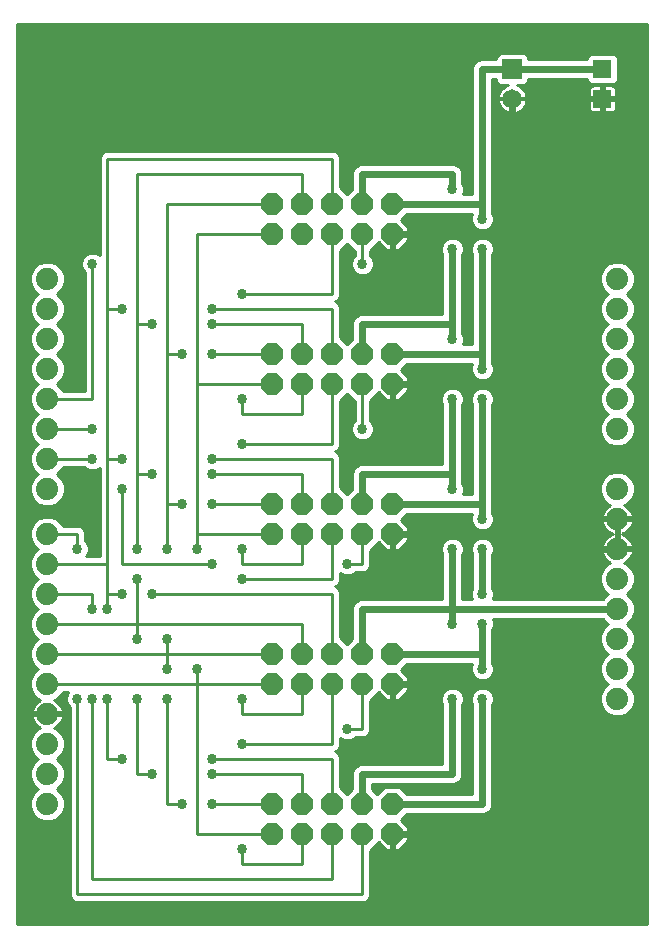
<source format=gtl>
G75*
%MOIN*%
%OFA0B0*%
%FSLAX25Y25*%
%IPPOS*%
%LPD*%
%AMOC8*
5,1,8,0,0,1.08239X$1,22.5*
%
%ADD10C,0.07400*%
%ADD11OC8,0.07400*%
%ADD12R,0.06000X0.06000*%
%ADD13C,0.06500*%
%ADD14R,0.06500X0.06500*%
%ADD15C,0.02400*%
%ADD16C,0.03378*%
%ADD17C,0.01000*%
D10*
X0016500Y0102524D03*
X0016500Y0112524D03*
X0016500Y0122524D03*
X0016500Y0132524D03*
X0016500Y0142524D03*
X0016500Y0152524D03*
X0016500Y0162524D03*
X0016500Y0172524D03*
X0016500Y0182524D03*
X0016500Y0192524D03*
X0016500Y0207524D03*
X0016500Y0217524D03*
X0016500Y0227524D03*
X0016500Y0237524D03*
X0016500Y0247524D03*
X0016500Y0257524D03*
X0016500Y0267524D03*
X0016500Y0277524D03*
X0206500Y0277524D03*
X0206500Y0267524D03*
X0206500Y0257524D03*
X0206500Y0247524D03*
X0206500Y0237524D03*
X0206500Y0227524D03*
X0206500Y0207524D03*
X0206500Y0197524D03*
X0206500Y0187524D03*
X0206500Y0177524D03*
X0206500Y0167524D03*
X0206500Y0157524D03*
X0206500Y0147524D03*
X0206500Y0137524D03*
D11*
X0131500Y0142524D03*
X0131500Y0152524D03*
X0121500Y0152524D03*
X0121500Y0142524D03*
X0111500Y0142524D03*
X0111500Y0152524D03*
X0101500Y0152524D03*
X0101500Y0142524D03*
X0091500Y0142524D03*
X0091500Y0152524D03*
X0091500Y0192524D03*
X0091500Y0202524D03*
X0101500Y0202524D03*
X0101500Y0192524D03*
X0111500Y0192524D03*
X0111500Y0202524D03*
X0121500Y0202524D03*
X0121500Y0192524D03*
X0131500Y0192524D03*
X0131500Y0202524D03*
X0131500Y0242524D03*
X0131500Y0252524D03*
X0121500Y0252524D03*
X0121500Y0242524D03*
X0111500Y0242524D03*
X0111500Y0252524D03*
X0101500Y0252524D03*
X0101500Y0242524D03*
X0091500Y0242524D03*
X0091500Y0252524D03*
X0091500Y0292524D03*
X0091500Y0302524D03*
X0101500Y0302524D03*
X0101500Y0292524D03*
X0111500Y0292524D03*
X0111500Y0302524D03*
X0121500Y0302524D03*
X0121500Y0292524D03*
X0131500Y0292524D03*
X0131500Y0302524D03*
X0131500Y0102524D03*
X0131500Y0092524D03*
X0121500Y0092524D03*
X0121500Y0102524D03*
X0111500Y0102524D03*
X0111500Y0092524D03*
X0101500Y0092524D03*
X0101500Y0102524D03*
X0091500Y0102524D03*
X0091500Y0092524D03*
D12*
X0201500Y0337524D03*
X0201500Y0347524D03*
D13*
X0171500Y0337602D03*
D14*
X0171500Y0347445D03*
D15*
X0171499Y0347445D01*
X0201500Y0347524D01*
X0171499Y0347445D02*
X0161500Y0347524D01*
X0161500Y0302524D01*
X0131500Y0302524D01*
X0131500Y0292524D02*
X0171500Y0292524D01*
X0171500Y0242524D01*
X0171500Y0192524D01*
X0171500Y0187524D01*
X0206500Y0187524D01*
X0206500Y0167524D02*
X0151500Y0167524D01*
X0151500Y0187524D01*
X0161500Y0187524D02*
X0161500Y0172524D01*
X0161500Y0162524D02*
X0161500Y0152524D01*
X0161500Y0147524D01*
X0161500Y0152524D02*
X0131500Y0152524D01*
X0131500Y0142524D02*
X0171500Y0142524D01*
X0171500Y0092524D01*
X0131500Y0092524D01*
X0131500Y0102524D02*
X0161500Y0102524D01*
X0161500Y0137524D01*
X0171500Y0142524D02*
X0171500Y0162524D01*
X0171500Y0172524D02*
X0171500Y0187524D01*
X0171500Y0192524D02*
X0131500Y0192524D01*
X0131500Y0202524D02*
X0161500Y0202524D01*
X0161500Y0237524D01*
X0161500Y0247524D02*
X0161500Y0252524D01*
X0161500Y0287524D01*
X0161500Y0297524D02*
X0161500Y0302524D01*
X0171500Y0292524D02*
X0171500Y0337602D01*
X0151500Y0312524D02*
X0151500Y0307524D01*
X0151500Y0312524D02*
X0121500Y0312524D01*
X0121500Y0302524D01*
X0121500Y0262524D02*
X0151500Y0262524D01*
X0151500Y0287524D01*
X0151500Y0262524D02*
X0151500Y0257524D01*
X0161500Y0252524D02*
X0131500Y0252524D01*
X0131500Y0242524D02*
X0171500Y0242524D01*
X0151500Y0237524D02*
X0151500Y0212524D01*
X0151500Y0207524D01*
X0151500Y0212524D02*
X0121500Y0212524D01*
X0121500Y0202524D01*
X0121500Y0167524D02*
X0151500Y0167524D01*
X0151500Y0162524D01*
X0151500Y0137524D02*
X0151500Y0112524D01*
X0121500Y0112524D01*
X0121500Y0102524D01*
X0121500Y0152524D02*
X0121500Y0167524D01*
X0161500Y0197524D02*
X0161500Y0202524D01*
X0121500Y0252524D02*
X0121500Y0262524D01*
D16*
X0121500Y0282524D03*
X0151500Y0287524D03*
X0161500Y0287524D03*
X0161500Y0297524D03*
X0151500Y0307524D03*
X0151500Y0257524D03*
X0161500Y0247524D03*
X0161500Y0237524D03*
X0151500Y0237524D03*
X0151500Y0207524D03*
X0161500Y0197524D03*
X0161500Y0187524D03*
X0161500Y0172524D03*
X0161500Y0162524D03*
X0171500Y0162524D03*
X0171500Y0172524D03*
X0161500Y0147524D03*
X0161500Y0137524D03*
X0151500Y0137524D03*
X0151500Y0162524D03*
X0151500Y0187524D03*
X0121500Y0227524D03*
X0116500Y0182524D03*
X0116500Y0127524D03*
X0081500Y0122524D03*
X0071500Y0117524D03*
X0071500Y0112524D03*
X0071500Y0102524D03*
X0081500Y0087524D03*
X0061500Y0102524D03*
X0051500Y0112524D03*
X0041500Y0117524D03*
X0036500Y0137524D03*
X0031500Y0137524D03*
X0026500Y0137524D03*
X0031500Y0167524D03*
X0036500Y0167524D03*
X0041500Y0172524D03*
X0046500Y0177524D03*
X0051500Y0172524D03*
X0046500Y0187524D03*
X0056500Y0187524D03*
X0066500Y0187524D03*
X0071500Y0182524D03*
X0081500Y0187524D03*
X0081500Y0177524D03*
X0071500Y0202524D03*
X0071500Y0212524D03*
X0071500Y0217524D03*
X0081500Y0222524D03*
X0081500Y0237524D03*
X0071500Y0252524D03*
X0071500Y0262524D03*
X0071500Y0267524D03*
X0081500Y0272524D03*
X0061500Y0252524D03*
X0051500Y0262524D03*
X0041500Y0267524D03*
X0031500Y0282524D03*
X0031500Y0227524D03*
X0031500Y0217524D03*
X0041500Y0217524D03*
X0041500Y0207524D03*
X0051500Y0212524D03*
X0061500Y0202524D03*
X0056500Y0157524D03*
X0056500Y0147524D03*
X0056500Y0137524D03*
X0066500Y0147524D03*
X0081500Y0137524D03*
X0046500Y0137524D03*
X0046500Y0157524D03*
X0026500Y0187524D03*
D17*
X0006500Y0062524D02*
X0216500Y0062524D01*
X0216500Y0362524D01*
X0006500Y0362524D01*
X0006500Y0062524D01*
X0006500Y0063515D02*
X0216500Y0063515D01*
X0216500Y0064513D02*
X0006500Y0064513D01*
X0006500Y0065512D02*
X0216500Y0065512D01*
X0216500Y0066510D02*
X0006500Y0066510D01*
X0006500Y0067509D02*
X0216500Y0067509D01*
X0216500Y0068507D02*
X0006500Y0068507D01*
X0006500Y0069506D02*
X0216500Y0069506D01*
X0216500Y0070504D02*
X0123158Y0070504D01*
X0122973Y0070319D02*
X0123704Y0071051D01*
X0124100Y0072006D01*
X0124100Y0086921D01*
X0126924Y0089745D01*
X0129346Y0087324D01*
X0131000Y0087324D01*
X0131000Y0092024D01*
X0132000Y0092024D01*
X0132000Y0093024D01*
X0136700Y0093024D01*
X0136700Y0094678D01*
X0134278Y0097099D01*
X0136402Y0099224D01*
X0162156Y0099224D01*
X0163369Y0099726D01*
X0164298Y0100654D01*
X0164800Y0101867D01*
X0164800Y0135589D01*
X0165289Y0136770D01*
X0165289Y0138277D01*
X0164712Y0139670D01*
X0163646Y0140736D01*
X0162254Y0141313D01*
X0160746Y0141313D01*
X0159354Y0140736D01*
X0158288Y0139670D01*
X0157711Y0138277D01*
X0157711Y0136770D01*
X0158200Y0135589D01*
X0158200Y0105824D01*
X0136402Y0105824D01*
X0133902Y0108324D01*
X0129098Y0108324D01*
X0126500Y0105726D01*
X0124800Y0107426D01*
X0124800Y0109224D01*
X0152156Y0109224D01*
X0153369Y0109726D01*
X0154298Y0110654D01*
X0154800Y0111867D01*
X0154800Y0135589D01*
X0155289Y0136770D01*
X0155289Y0138277D01*
X0154712Y0139670D01*
X0153646Y0140736D01*
X0152254Y0141313D01*
X0150746Y0141313D01*
X0149354Y0140736D01*
X0148288Y0139670D01*
X0147711Y0138277D01*
X0147711Y0136770D01*
X0148200Y0135589D01*
X0148200Y0115824D01*
X0120844Y0115824D01*
X0119631Y0115321D01*
X0118702Y0114393D01*
X0118200Y0113180D01*
X0118200Y0107426D01*
X0116500Y0105726D01*
X0114100Y0108126D01*
X0114100Y0118041D01*
X0113704Y0118996D01*
X0112973Y0119728D01*
X0112259Y0120024D01*
X0112973Y0120319D01*
X0113704Y0121051D01*
X0114100Y0122006D01*
X0114100Y0124565D01*
X0114354Y0124311D01*
X0115746Y0123735D01*
X0117254Y0123735D01*
X0118646Y0124311D01*
X0119258Y0124924D01*
X0122017Y0124924D01*
X0122973Y0125319D01*
X0123704Y0126051D01*
X0124100Y0127006D01*
X0124100Y0136921D01*
X0126924Y0139745D01*
X0129346Y0137324D01*
X0131000Y0137324D01*
X0131000Y0142024D01*
X0132000Y0142024D01*
X0132000Y0143024D01*
X0136700Y0143024D01*
X0136700Y0144678D01*
X0134278Y0147099D01*
X0136402Y0149224D01*
X0158103Y0149224D01*
X0157711Y0148277D01*
X0157711Y0146770D01*
X0158288Y0145377D01*
X0159354Y0144311D01*
X0160746Y0143735D01*
X0162254Y0143735D01*
X0163646Y0144311D01*
X0164712Y0145377D01*
X0165289Y0146770D01*
X0165289Y0148277D01*
X0164800Y0149458D01*
X0164800Y0160589D01*
X0165289Y0161770D01*
X0165289Y0163277D01*
X0164897Y0164224D01*
X0201598Y0164224D01*
X0203215Y0162607D01*
X0203415Y0162524D01*
X0203215Y0162441D01*
X0201583Y0160809D01*
X0200700Y0158677D01*
X0200700Y0156370D01*
X0201583Y0154238D01*
X0203215Y0152607D01*
X0203415Y0152524D01*
X0203215Y0152441D01*
X0201583Y0150809D01*
X0200700Y0148677D01*
X0200700Y0146370D01*
X0201583Y0144238D01*
X0203215Y0142607D01*
X0203415Y0142524D01*
X0203215Y0142441D01*
X0201583Y0140809D01*
X0200700Y0138677D01*
X0200700Y0136370D01*
X0201583Y0134238D01*
X0203215Y0132607D01*
X0205346Y0131724D01*
X0207654Y0131724D01*
X0209785Y0132607D01*
X0211417Y0134238D01*
X0212300Y0136370D01*
X0212300Y0138677D01*
X0211417Y0140809D01*
X0209785Y0142441D01*
X0209585Y0142524D01*
X0209785Y0142607D01*
X0211417Y0144238D01*
X0212300Y0146370D01*
X0212300Y0148677D01*
X0211417Y0150809D01*
X0209785Y0152441D01*
X0209585Y0152524D01*
X0209785Y0152607D01*
X0211417Y0154238D01*
X0212300Y0156370D01*
X0212300Y0158677D01*
X0211417Y0160809D01*
X0209785Y0162441D01*
X0209585Y0162524D01*
X0209785Y0162607D01*
X0211417Y0164238D01*
X0212300Y0166370D01*
X0212300Y0168677D01*
X0211417Y0170809D01*
X0209785Y0172441D01*
X0209585Y0172524D01*
X0209785Y0172607D01*
X0211417Y0174238D01*
X0212300Y0176370D01*
X0212300Y0178677D01*
X0211417Y0180809D01*
X0209785Y0182441D01*
X0208788Y0182854D01*
X0209225Y0183076D01*
X0209888Y0183557D01*
X0210466Y0184136D01*
X0210947Y0184798D01*
X0211319Y0185528D01*
X0211572Y0186306D01*
X0211686Y0187024D01*
X0207000Y0187024D01*
X0207000Y0188024D01*
X0206000Y0188024D01*
X0206000Y0197024D01*
X0201314Y0197024D01*
X0201428Y0196306D01*
X0201681Y0195528D01*
X0202053Y0194798D01*
X0202534Y0194136D01*
X0203112Y0193557D01*
X0203775Y0193076D01*
X0204504Y0192705D01*
X0205061Y0192524D01*
X0204504Y0192343D01*
X0203775Y0191971D01*
X0203112Y0191490D01*
X0202534Y0190911D01*
X0202053Y0190249D01*
X0201681Y0189520D01*
X0201428Y0188741D01*
X0201314Y0188024D01*
X0206000Y0188024D01*
X0206000Y0187024D01*
X0201314Y0187024D01*
X0201428Y0186306D01*
X0201681Y0185528D01*
X0202053Y0184798D01*
X0202534Y0184136D01*
X0203112Y0183557D01*
X0203775Y0183076D01*
X0204212Y0182854D01*
X0203215Y0182441D01*
X0201583Y0180809D01*
X0200700Y0178677D01*
X0200700Y0176370D01*
X0201583Y0174238D01*
X0203215Y0172607D01*
X0203415Y0172524D01*
X0203215Y0172441D01*
X0201598Y0170824D01*
X0164897Y0170824D01*
X0165289Y0171770D01*
X0165289Y0173277D01*
X0164800Y0174458D01*
X0164800Y0185589D01*
X0165289Y0186770D01*
X0165289Y0188277D01*
X0164712Y0189670D01*
X0163646Y0190736D01*
X0162254Y0191313D01*
X0160746Y0191313D01*
X0159354Y0190736D01*
X0158288Y0189670D01*
X0157711Y0188277D01*
X0157711Y0186770D01*
X0158200Y0185589D01*
X0158200Y0174458D01*
X0157711Y0173277D01*
X0157711Y0171770D01*
X0158103Y0170824D01*
X0154800Y0170824D01*
X0154800Y0185589D01*
X0155289Y0186770D01*
X0155289Y0188277D01*
X0154712Y0189670D01*
X0153646Y0190736D01*
X0152254Y0191313D01*
X0150746Y0191313D01*
X0149354Y0190736D01*
X0148288Y0189670D01*
X0147711Y0188277D01*
X0147711Y0186770D01*
X0148200Y0185589D01*
X0148200Y0170824D01*
X0120844Y0170824D01*
X0119631Y0170321D01*
X0118702Y0169393D01*
X0118200Y0168180D01*
X0118200Y0157426D01*
X0116500Y0155726D01*
X0114100Y0158126D01*
X0114100Y0173041D01*
X0113704Y0173996D01*
X0112973Y0174728D01*
X0112259Y0175024D01*
X0112973Y0175319D01*
X0113704Y0176051D01*
X0114100Y0177006D01*
X0114100Y0179565D01*
X0114354Y0179311D01*
X0115746Y0178735D01*
X0117254Y0178735D01*
X0118646Y0179311D01*
X0119258Y0179924D01*
X0122017Y0179924D01*
X0122973Y0180319D01*
X0123704Y0181051D01*
X0124100Y0182006D01*
X0124100Y0186921D01*
X0126924Y0189745D01*
X0129346Y0187324D01*
X0131000Y0187324D01*
X0131000Y0192024D01*
X0132000Y0192024D01*
X0132000Y0193024D01*
X0136700Y0193024D01*
X0136700Y0194678D01*
X0134278Y0197099D01*
X0136402Y0199224D01*
X0158103Y0199224D01*
X0157711Y0198277D01*
X0157711Y0196770D01*
X0158288Y0195377D01*
X0159354Y0194311D01*
X0160746Y0193735D01*
X0162254Y0193735D01*
X0163646Y0194311D01*
X0164712Y0195377D01*
X0165289Y0196770D01*
X0165289Y0198277D01*
X0164800Y0199458D01*
X0164800Y0235589D01*
X0165289Y0236770D01*
X0165289Y0238277D01*
X0164712Y0239670D01*
X0163646Y0240736D01*
X0162254Y0241313D01*
X0160746Y0241313D01*
X0159354Y0240736D01*
X0158288Y0239670D01*
X0157711Y0238277D01*
X0157711Y0236770D01*
X0158200Y0235589D01*
X0158200Y0205824D01*
X0154897Y0205824D01*
X0155289Y0206770D01*
X0155289Y0208277D01*
X0154800Y0209458D01*
X0154800Y0235589D01*
X0155289Y0236770D01*
X0155289Y0238277D01*
X0154712Y0239670D01*
X0153646Y0240736D01*
X0152254Y0241313D01*
X0150746Y0241313D01*
X0149354Y0240736D01*
X0148288Y0239670D01*
X0147711Y0238277D01*
X0147711Y0236770D01*
X0148200Y0235589D01*
X0148200Y0215824D01*
X0120844Y0215824D01*
X0119631Y0215321D01*
X0118702Y0214393D01*
X0118200Y0213180D01*
X0118200Y0207426D01*
X0116500Y0205726D01*
X0114100Y0208126D01*
X0114100Y0218041D01*
X0113704Y0218996D01*
X0112973Y0219728D01*
X0112259Y0220024D01*
X0112973Y0220319D01*
X0113704Y0221051D01*
X0114100Y0222006D01*
X0114100Y0236921D01*
X0116500Y0239321D01*
X0118900Y0236921D01*
X0118900Y0230282D01*
X0118288Y0229670D01*
X0117711Y0228277D01*
X0117711Y0226770D01*
X0118288Y0225377D01*
X0119354Y0224311D01*
X0120746Y0223735D01*
X0122254Y0223735D01*
X0123646Y0224311D01*
X0124712Y0225377D01*
X0125289Y0226770D01*
X0125289Y0228277D01*
X0124712Y0229670D01*
X0124100Y0230282D01*
X0124100Y0236921D01*
X0126924Y0239745D01*
X0129346Y0237324D01*
X0131000Y0237324D01*
X0131000Y0242024D01*
X0132000Y0242024D01*
X0132000Y0243024D01*
X0136700Y0243024D01*
X0136700Y0244678D01*
X0134278Y0247099D01*
X0136402Y0249224D01*
X0158103Y0249224D01*
X0157711Y0248277D01*
X0157711Y0246770D01*
X0158288Y0245377D01*
X0159354Y0244311D01*
X0160746Y0243735D01*
X0162254Y0243735D01*
X0163646Y0244311D01*
X0164712Y0245377D01*
X0165289Y0246770D01*
X0165289Y0248277D01*
X0164800Y0249458D01*
X0164800Y0285589D01*
X0165289Y0286770D01*
X0165289Y0288277D01*
X0164712Y0289670D01*
X0163646Y0290736D01*
X0162254Y0291313D01*
X0160746Y0291313D01*
X0159354Y0290736D01*
X0158288Y0289670D01*
X0157711Y0288277D01*
X0157711Y0286770D01*
X0158200Y0285589D01*
X0158200Y0255824D01*
X0154897Y0255824D01*
X0155289Y0256770D01*
X0155289Y0258277D01*
X0154800Y0259458D01*
X0154800Y0285589D01*
X0155289Y0286770D01*
X0155289Y0288277D01*
X0154712Y0289670D01*
X0153646Y0290736D01*
X0152254Y0291313D01*
X0150746Y0291313D01*
X0149354Y0290736D01*
X0148288Y0289670D01*
X0147711Y0288277D01*
X0147711Y0286770D01*
X0148200Y0285589D01*
X0148200Y0265824D01*
X0120844Y0265824D01*
X0119631Y0265321D01*
X0118702Y0264393D01*
X0118200Y0263180D01*
X0118200Y0257426D01*
X0116500Y0255726D01*
X0114100Y0258126D01*
X0114100Y0268041D01*
X0113704Y0268996D01*
X0112973Y0269728D01*
X0112259Y0270024D01*
X0112973Y0270319D01*
X0113704Y0271051D01*
X0114100Y0272006D01*
X0114100Y0286921D01*
X0116500Y0289321D01*
X0118900Y0286921D01*
X0118900Y0285282D01*
X0118288Y0284670D01*
X0117711Y0283277D01*
X0117711Y0281770D01*
X0118288Y0280377D01*
X0119354Y0279311D01*
X0120746Y0278735D01*
X0122254Y0278735D01*
X0123646Y0279311D01*
X0124712Y0280377D01*
X0125289Y0281770D01*
X0125289Y0283277D01*
X0124712Y0284670D01*
X0124100Y0285282D01*
X0124100Y0286921D01*
X0126924Y0289745D01*
X0129346Y0287324D01*
X0131000Y0287324D01*
X0131000Y0292024D01*
X0132000Y0292024D01*
X0132000Y0293024D01*
X0136700Y0293024D01*
X0136700Y0294678D01*
X0134278Y0297099D01*
X0136402Y0299224D01*
X0158103Y0299224D01*
X0157711Y0298277D01*
X0157711Y0296770D01*
X0158288Y0295377D01*
X0159354Y0294311D01*
X0160746Y0293735D01*
X0162254Y0293735D01*
X0163646Y0294311D01*
X0164712Y0295377D01*
X0165289Y0296770D01*
X0165289Y0298277D01*
X0164800Y0299458D01*
X0164800Y0344198D01*
X0166150Y0344187D01*
X0166150Y0343325D01*
X0167380Y0342095D01*
X0169955Y0342095D01*
X0169677Y0342004D01*
X0169010Y0341665D01*
X0168406Y0341225D01*
X0167877Y0340697D01*
X0167437Y0340092D01*
X0167098Y0339426D01*
X0166867Y0338715D01*
X0166750Y0337976D01*
X0166750Y0337791D01*
X0171311Y0337791D01*
X0171311Y0337413D01*
X0171689Y0337413D01*
X0171689Y0332852D01*
X0171874Y0332852D01*
X0172612Y0332969D01*
X0173323Y0333200D01*
X0173990Y0333540D01*
X0174594Y0333979D01*
X0175123Y0334508D01*
X0175563Y0335113D01*
X0175902Y0335779D01*
X0176133Y0336490D01*
X0176250Y0337229D01*
X0176250Y0337413D01*
X0171689Y0337413D01*
X0171689Y0337791D01*
X0176250Y0337791D01*
X0176250Y0337976D01*
X0176133Y0338715D01*
X0175902Y0339426D01*
X0175563Y0340092D01*
X0175123Y0340697D01*
X0174594Y0341225D01*
X0173990Y0341665D01*
X0173323Y0342004D01*
X0173045Y0342095D01*
X0175620Y0342095D01*
X0176850Y0343325D01*
X0176850Y0344159D01*
X0196400Y0344210D01*
X0196400Y0343654D01*
X0197630Y0342424D01*
X0205370Y0342424D01*
X0206600Y0343654D01*
X0206600Y0351393D01*
X0205370Y0352624D01*
X0197630Y0352624D01*
X0196400Y0351393D01*
X0196400Y0350810D01*
X0176850Y0350759D01*
X0176850Y0351565D01*
X0175620Y0352795D01*
X0167380Y0352795D01*
X0166150Y0351565D01*
X0166150Y0350787D01*
X0162169Y0350818D01*
X0162156Y0350824D01*
X0161513Y0350824D01*
X0160870Y0350829D01*
X0160857Y0350824D01*
X0160844Y0350824D01*
X0160250Y0350578D01*
X0159653Y0350336D01*
X0159643Y0350326D01*
X0159631Y0350321D01*
X0159176Y0349867D01*
X0158717Y0349415D01*
X0158712Y0349402D01*
X0158702Y0349393D01*
X0158456Y0348799D01*
X0158205Y0348206D01*
X0158205Y0348192D01*
X0158200Y0348180D01*
X0158200Y0347537D01*
X0158195Y0346893D01*
X0158200Y0346881D01*
X0158200Y0305824D01*
X0154897Y0305824D01*
X0155289Y0306770D01*
X0155289Y0308277D01*
X0154800Y0309458D01*
X0154800Y0313180D01*
X0154298Y0314393D01*
X0153369Y0315321D01*
X0152156Y0315824D01*
X0120844Y0315824D01*
X0119631Y0315321D01*
X0118702Y0314393D01*
X0118200Y0313180D01*
X0118200Y0307426D01*
X0116500Y0305726D01*
X0114100Y0308126D01*
X0114100Y0318041D01*
X0113704Y0318996D01*
X0112973Y0319728D01*
X0112017Y0320124D01*
X0035983Y0320124D01*
X0035027Y0319728D01*
X0034296Y0318996D01*
X0033900Y0318041D01*
X0033900Y0285482D01*
X0033646Y0285736D01*
X0032254Y0286313D01*
X0030746Y0286313D01*
X0029354Y0285736D01*
X0028288Y0284670D01*
X0027711Y0283277D01*
X0027711Y0281770D01*
X0028288Y0280377D01*
X0028900Y0279765D01*
X0028900Y0240124D01*
X0021701Y0240124D01*
X0021417Y0240809D01*
X0019785Y0242441D01*
X0019585Y0242524D01*
X0019785Y0242607D01*
X0021417Y0244238D01*
X0022300Y0246370D01*
X0022300Y0248677D01*
X0021417Y0250809D01*
X0019785Y0252441D01*
X0019585Y0252524D01*
X0019785Y0252607D01*
X0021417Y0254238D01*
X0022300Y0256370D01*
X0022300Y0258677D01*
X0021417Y0260809D01*
X0019785Y0262441D01*
X0019585Y0262524D01*
X0019785Y0262607D01*
X0021417Y0264238D01*
X0022300Y0266370D01*
X0022300Y0268677D01*
X0021417Y0270809D01*
X0019785Y0272441D01*
X0019585Y0272524D01*
X0019785Y0272607D01*
X0021417Y0274238D01*
X0022300Y0276370D01*
X0022300Y0278677D01*
X0021417Y0280809D01*
X0019785Y0282441D01*
X0017654Y0283324D01*
X0015346Y0283324D01*
X0013215Y0282441D01*
X0011583Y0280809D01*
X0010700Y0278677D01*
X0010700Y0276370D01*
X0011583Y0274238D01*
X0013215Y0272607D01*
X0013415Y0272524D01*
X0013215Y0272441D01*
X0011583Y0270809D01*
X0010700Y0268677D01*
X0010700Y0266370D01*
X0011583Y0264238D01*
X0013215Y0262607D01*
X0013415Y0262524D01*
X0013215Y0262441D01*
X0011583Y0260809D01*
X0010700Y0258677D01*
X0010700Y0256370D01*
X0011583Y0254238D01*
X0013215Y0252607D01*
X0013415Y0252524D01*
X0013215Y0252441D01*
X0011583Y0250809D01*
X0010700Y0248677D01*
X0010700Y0246370D01*
X0011583Y0244238D01*
X0013215Y0242607D01*
X0013415Y0242524D01*
X0013215Y0242441D01*
X0011583Y0240809D01*
X0010700Y0238677D01*
X0010700Y0236370D01*
X0011583Y0234238D01*
X0013215Y0232607D01*
X0013415Y0232524D01*
X0013215Y0232441D01*
X0011583Y0230809D01*
X0010700Y0228677D01*
X0010700Y0226370D01*
X0011583Y0224238D01*
X0013215Y0222607D01*
X0013415Y0222524D01*
X0013215Y0222441D01*
X0011583Y0220809D01*
X0010700Y0218677D01*
X0010700Y0216370D01*
X0011583Y0214238D01*
X0013215Y0212607D01*
X0013415Y0212524D01*
X0013215Y0212441D01*
X0011583Y0210809D01*
X0010700Y0208677D01*
X0010700Y0206370D01*
X0011583Y0204238D01*
X0013215Y0202607D01*
X0015346Y0201724D01*
X0017654Y0201724D01*
X0019785Y0202607D01*
X0021417Y0204238D01*
X0022300Y0206370D01*
X0022300Y0208677D01*
X0021417Y0210809D01*
X0019785Y0212441D01*
X0019585Y0212524D01*
X0019785Y0212607D01*
X0021417Y0214238D01*
X0021701Y0214924D01*
X0028742Y0214924D01*
X0029354Y0214311D01*
X0030746Y0213735D01*
X0032254Y0213735D01*
X0033646Y0214311D01*
X0033900Y0214565D01*
X0033900Y0185124D01*
X0029458Y0185124D01*
X0029712Y0185377D01*
X0030289Y0186770D01*
X0030289Y0188277D01*
X0029712Y0189670D01*
X0029100Y0190282D01*
X0029100Y0193041D01*
X0028704Y0193996D01*
X0027973Y0194728D01*
X0027017Y0195124D01*
X0021701Y0195124D01*
X0021417Y0195809D01*
X0019785Y0197441D01*
X0017654Y0198324D01*
X0015346Y0198324D01*
X0013215Y0197441D01*
X0011583Y0195809D01*
X0010700Y0193677D01*
X0010700Y0191370D01*
X0011583Y0189238D01*
X0013215Y0187607D01*
X0013415Y0187524D01*
X0013215Y0187441D01*
X0011583Y0185809D01*
X0010700Y0183677D01*
X0010700Y0181370D01*
X0011583Y0179238D01*
X0013215Y0177607D01*
X0013415Y0177524D01*
X0013215Y0177441D01*
X0011583Y0175809D01*
X0010700Y0173677D01*
X0010700Y0171370D01*
X0011583Y0169238D01*
X0013215Y0167607D01*
X0013415Y0167524D01*
X0013215Y0167441D01*
X0011583Y0165809D01*
X0010700Y0163677D01*
X0010700Y0161370D01*
X0011583Y0159238D01*
X0013215Y0157607D01*
X0013415Y0157524D01*
X0013215Y0157441D01*
X0011583Y0155809D01*
X0010700Y0153677D01*
X0010700Y0151370D01*
X0011583Y0149238D01*
X0013215Y0147607D01*
X0013415Y0147524D01*
X0013215Y0147441D01*
X0011583Y0145809D01*
X0010700Y0143677D01*
X0010700Y0141370D01*
X0011583Y0139238D01*
X0013215Y0137607D01*
X0014212Y0137194D01*
X0013775Y0136971D01*
X0013112Y0136490D01*
X0012534Y0135911D01*
X0012053Y0135249D01*
X0011681Y0134520D01*
X0011428Y0133741D01*
X0011314Y0133024D01*
X0016000Y0133024D01*
X0016000Y0132024D01*
X0011314Y0132024D01*
X0011428Y0131306D01*
X0011681Y0130528D01*
X0012053Y0129798D01*
X0012534Y0129136D01*
X0013112Y0128557D01*
X0013775Y0128076D01*
X0014212Y0127854D01*
X0013215Y0127441D01*
X0011583Y0125809D01*
X0010700Y0123677D01*
X0010700Y0121370D01*
X0011583Y0119238D01*
X0013215Y0117607D01*
X0013415Y0117524D01*
X0013215Y0117441D01*
X0011583Y0115809D01*
X0010700Y0113677D01*
X0010700Y0111370D01*
X0011583Y0109238D01*
X0013215Y0107607D01*
X0013415Y0107524D01*
X0013215Y0107441D01*
X0011583Y0105809D01*
X0010700Y0103677D01*
X0010700Y0101370D01*
X0011583Y0099238D01*
X0013215Y0097607D01*
X0015346Y0096724D01*
X0017654Y0096724D01*
X0019785Y0097607D01*
X0021417Y0099238D01*
X0022300Y0101370D01*
X0022300Y0103677D01*
X0021417Y0105809D01*
X0019785Y0107441D01*
X0019585Y0107524D01*
X0019785Y0107607D01*
X0021417Y0109238D01*
X0022300Y0111370D01*
X0022300Y0113677D01*
X0021417Y0115809D01*
X0019785Y0117441D01*
X0019585Y0117524D01*
X0019785Y0117607D01*
X0021417Y0119238D01*
X0022300Y0121370D01*
X0022300Y0123677D01*
X0021417Y0125809D01*
X0019785Y0127441D01*
X0018788Y0127854D01*
X0019225Y0128076D01*
X0019888Y0128557D01*
X0020466Y0129136D01*
X0020947Y0129798D01*
X0021319Y0130528D01*
X0021572Y0131306D01*
X0021686Y0132024D01*
X0017000Y0132024D01*
X0017000Y0133024D01*
X0021686Y0133024D01*
X0021572Y0133741D01*
X0021319Y0134520D01*
X0020947Y0135249D01*
X0020466Y0135911D01*
X0019888Y0136490D01*
X0019225Y0136971D01*
X0018788Y0137194D01*
X0019785Y0137607D01*
X0021417Y0139238D01*
X0021701Y0139924D01*
X0023542Y0139924D01*
X0023288Y0139670D01*
X0022711Y0138277D01*
X0022711Y0136770D01*
X0023288Y0135377D01*
X0023900Y0134765D01*
X0023900Y0072006D01*
X0024296Y0071051D01*
X0025027Y0070319D01*
X0025983Y0069924D01*
X0122017Y0069924D01*
X0122973Y0070319D01*
X0123891Y0071503D02*
X0216500Y0071503D01*
X0216500Y0072501D02*
X0124100Y0072501D01*
X0124100Y0073500D02*
X0216500Y0073500D01*
X0216500Y0074498D02*
X0124100Y0074498D01*
X0124100Y0075497D02*
X0216500Y0075497D01*
X0216500Y0076495D02*
X0124100Y0076495D01*
X0124100Y0077494D02*
X0216500Y0077494D01*
X0216500Y0078492D02*
X0124100Y0078492D01*
X0124100Y0079491D02*
X0216500Y0079491D01*
X0216500Y0080489D02*
X0124100Y0080489D01*
X0124100Y0081488D02*
X0216500Y0081488D01*
X0216500Y0082486D02*
X0124100Y0082486D01*
X0124100Y0083485D02*
X0216500Y0083485D01*
X0216500Y0084483D02*
X0124100Y0084483D01*
X0124100Y0085482D02*
X0216500Y0085482D01*
X0216500Y0086480D02*
X0124100Y0086480D01*
X0124658Y0087479D02*
X0129191Y0087479D01*
X0128192Y0088477D02*
X0125656Y0088477D01*
X0126655Y0089476D02*
X0127194Y0089476D01*
X0131000Y0089476D02*
X0132000Y0089476D01*
X0132000Y0090474D02*
X0131000Y0090474D01*
X0131000Y0091473D02*
X0132000Y0091473D01*
X0132000Y0092024D02*
X0132000Y0087324D01*
X0133654Y0087324D01*
X0136700Y0090370D01*
X0136700Y0092024D01*
X0132000Y0092024D01*
X0132000Y0092472D02*
X0216500Y0092472D01*
X0216500Y0093470D02*
X0136700Y0093470D01*
X0136700Y0094469D02*
X0216500Y0094469D01*
X0216500Y0095467D02*
X0135910Y0095467D01*
X0134912Y0096466D02*
X0216500Y0096466D01*
X0216500Y0097464D02*
X0134643Y0097464D01*
X0135641Y0098463D02*
X0216500Y0098463D01*
X0216500Y0099461D02*
X0162730Y0099461D01*
X0164103Y0100460D02*
X0216500Y0100460D01*
X0216500Y0101458D02*
X0164631Y0101458D01*
X0164800Y0102457D02*
X0216500Y0102457D01*
X0216500Y0103455D02*
X0164800Y0103455D01*
X0164800Y0104454D02*
X0216500Y0104454D01*
X0216500Y0105452D02*
X0164800Y0105452D01*
X0164800Y0106451D02*
X0216500Y0106451D01*
X0216500Y0107449D02*
X0164800Y0107449D01*
X0164800Y0108448D02*
X0216500Y0108448D01*
X0216500Y0109446D02*
X0164800Y0109446D01*
X0164800Y0110445D02*
X0216500Y0110445D01*
X0216500Y0111443D02*
X0164800Y0111443D01*
X0164800Y0112442D02*
X0216500Y0112442D01*
X0216500Y0113440D02*
X0164800Y0113440D01*
X0164800Y0114439D02*
X0216500Y0114439D01*
X0216500Y0115437D02*
X0164800Y0115437D01*
X0164800Y0116436D02*
X0216500Y0116436D01*
X0216500Y0117434D02*
X0164800Y0117434D01*
X0164800Y0118433D02*
X0216500Y0118433D01*
X0216500Y0119431D02*
X0164800Y0119431D01*
X0164800Y0120430D02*
X0216500Y0120430D01*
X0216500Y0121428D02*
X0164800Y0121428D01*
X0164800Y0122427D02*
X0216500Y0122427D01*
X0216500Y0123425D02*
X0164800Y0123425D01*
X0164800Y0124424D02*
X0216500Y0124424D01*
X0216500Y0125422D02*
X0164800Y0125422D01*
X0164800Y0126421D02*
X0216500Y0126421D01*
X0216500Y0127419D02*
X0164800Y0127419D01*
X0164800Y0128418D02*
X0216500Y0128418D01*
X0216500Y0129416D02*
X0164800Y0129416D01*
X0164800Y0130415D02*
X0216500Y0130415D01*
X0216500Y0131413D02*
X0164800Y0131413D01*
X0164800Y0132412D02*
X0203684Y0132412D01*
X0202411Y0133410D02*
X0164800Y0133410D01*
X0164800Y0134409D02*
X0201512Y0134409D01*
X0201099Y0135408D02*
X0164800Y0135408D01*
X0165138Y0136406D02*
X0200700Y0136406D01*
X0200700Y0137405D02*
X0165289Y0137405D01*
X0165237Y0138403D02*
X0200700Y0138403D01*
X0201000Y0139402D02*
X0164823Y0139402D01*
X0163982Y0140400D02*
X0201414Y0140400D01*
X0202173Y0141399D02*
X0136700Y0141399D01*
X0136700Y0142024D02*
X0136700Y0140370D01*
X0133654Y0137324D01*
X0132000Y0137324D01*
X0132000Y0142024D01*
X0136700Y0142024D01*
X0136700Y0143396D02*
X0202426Y0143396D01*
X0203171Y0142397D02*
X0132000Y0142397D01*
X0132000Y0141399D02*
X0131000Y0141399D01*
X0131000Y0140400D02*
X0132000Y0140400D01*
X0132000Y0139402D02*
X0131000Y0139402D01*
X0131000Y0138403D02*
X0132000Y0138403D01*
X0132000Y0137405D02*
X0131000Y0137405D01*
X0129265Y0137405D02*
X0124583Y0137405D01*
X0124100Y0136406D02*
X0147862Y0136406D01*
X0147711Y0137405D02*
X0133735Y0137405D01*
X0134733Y0138403D02*
X0147763Y0138403D01*
X0148177Y0139402D02*
X0135732Y0139402D01*
X0136700Y0140400D02*
X0149018Y0140400D01*
X0148200Y0135408D02*
X0124100Y0135408D01*
X0124100Y0134409D02*
X0148200Y0134409D01*
X0148200Y0133410D02*
X0124100Y0133410D01*
X0124100Y0132412D02*
X0148200Y0132412D01*
X0148200Y0131413D02*
X0124100Y0131413D01*
X0124100Y0130415D02*
X0148200Y0130415D01*
X0148200Y0129416D02*
X0124100Y0129416D01*
X0124100Y0128418D02*
X0148200Y0128418D01*
X0148200Y0127419D02*
X0124100Y0127419D01*
X0123857Y0126421D02*
X0148200Y0126421D01*
X0148200Y0125422D02*
X0123076Y0125422D01*
X0121500Y0127524D02*
X0116500Y0127524D01*
X0114241Y0124424D02*
X0114100Y0124424D01*
X0114100Y0123425D02*
X0148200Y0123425D01*
X0148200Y0122427D02*
X0114100Y0122427D01*
X0113861Y0121428D02*
X0148200Y0121428D01*
X0148200Y0120430D02*
X0113083Y0120430D01*
X0113269Y0119431D02*
X0148200Y0119431D01*
X0148200Y0118433D02*
X0113938Y0118433D01*
X0114100Y0117434D02*
X0148200Y0117434D01*
X0148200Y0116436D02*
X0114100Y0116436D01*
X0114100Y0115437D02*
X0119911Y0115437D01*
X0118748Y0114439D02*
X0114100Y0114439D01*
X0114100Y0113440D02*
X0118308Y0113440D01*
X0118200Y0112442D02*
X0114100Y0112442D01*
X0114100Y0111443D02*
X0118200Y0111443D01*
X0118200Y0110445D02*
X0114100Y0110445D01*
X0114100Y0109446D02*
X0118200Y0109446D01*
X0118200Y0108448D02*
X0114100Y0108448D01*
X0114777Y0107449D02*
X0118200Y0107449D01*
X0117225Y0106451D02*
X0115775Y0106451D01*
X0111500Y0102524D02*
X0111500Y0117524D01*
X0071500Y0117524D01*
X0071500Y0112524D02*
X0101500Y0112524D01*
X0101500Y0102524D01*
X0101500Y0092524D02*
X0101500Y0082524D01*
X0081500Y0082524D01*
X0081500Y0087524D01*
X0091500Y0102524D02*
X0071500Y0102524D01*
X0066500Y0092524D02*
X0066500Y0142524D01*
X0066500Y0147524D01*
X0066500Y0142524D02*
X0016500Y0142524D01*
X0012418Y0138403D02*
X0006500Y0138403D01*
X0006500Y0137405D02*
X0013702Y0137405D01*
X0013028Y0136406D02*
X0006500Y0136406D01*
X0006500Y0135408D02*
X0012168Y0135408D01*
X0011645Y0134409D02*
X0006500Y0134409D01*
X0006500Y0133410D02*
X0011376Y0133410D01*
X0011411Y0131413D02*
X0006500Y0131413D01*
X0006500Y0130415D02*
X0011738Y0130415D01*
X0012330Y0129416D02*
X0006500Y0129416D01*
X0006500Y0128418D02*
X0013304Y0128418D01*
X0013193Y0127419D02*
X0006500Y0127419D01*
X0006500Y0126421D02*
X0012195Y0126421D01*
X0011423Y0125422D02*
X0006500Y0125422D01*
X0006500Y0124424D02*
X0011009Y0124424D01*
X0010700Y0123425D02*
X0006500Y0123425D01*
X0006500Y0122427D02*
X0010700Y0122427D01*
X0010700Y0121428D02*
X0006500Y0121428D01*
X0006500Y0120430D02*
X0011089Y0120430D01*
X0011503Y0119431D02*
X0006500Y0119431D01*
X0006500Y0118433D02*
X0012388Y0118433D01*
X0013208Y0117434D02*
X0006500Y0117434D01*
X0006500Y0116436D02*
X0012210Y0116436D01*
X0011429Y0115437D02*
X0006500Y0115437D01*
X0006500Y0114439D02*
X0011015Y0114439D01*
X0010700Y0113440D02*
X0006500Y0113440D01*
X0006500Y0112442D02*
X0010700Y0112442D01*
X0010700Y0111443D02*
X0006500Y0111443D01*
X0006500Y0110445D02*
X0011083Y0110445D01*
X0011497Y0109446D02*
X0006500Y0109446D01*
X0006500Y0108448D02*
X0012373Y0108448D01*
X0013235Y0107449D02*
X0006500Y0107449D01*
X0006500Y0106451D02*
X0012225Y0106451D01*
X0011435Y0105452D02*
X0006500Y0105452D01*
X0006500Y0104454D02*
X0011022Y0104454D01*
X0010700Y0103455D02*
X0006500Y0103455D01*
X0006500Y0102457D02*
X0010700Y0102457D01*
X0010700Y0101458D02*
X0006500Y0101458D01*
X0006500Y0100460D02*
X0011077Y0100460D01*
X0011491Y0099461D02*
X0006500Y0099461D01*
X0006500Y0098463D02*
X0012359Y0098463D01*
X0013559Y0097464D02*
X0006500Y0097464D01*
X0006500Y0096466D02*
X0023900Y0096466D01*
X0023900Y0097464D02*
X0019441Y0097464D01*
X0020641Y0098463D02*
X0023900Y0098463D01*
X0023900Y0099461D02*
X0021509Y0099461D01*
X0021923Y0100460D02*
X0023900Y0100460D01*
X0023900Y0101458D02*
X0022300Y0101458D01*
X0022300Y0102457D02*
X0023900Y0102457D01*
X0023900Y0103455D02*
X0022300Y0103455D01*
X0021978Y0104454D02*
X0023900Y0104454D01*
X0023900Y0105452D02*
X0021565Y0105452D01*
X0020775Y0106451D02*
X0023900Y0106451D01*
X0023900Y0107449D02*
X0019765Y0107449D01*
X0020627Y0108448D02*
X0023900Y0108448D01*
X0023900Y0109446D02*
X0021503Y0109446D01*
X0021917Y0110445D02*
X0023900Y0110445D01*
X0023900Y0111443D02*
X0022300Y0111443D01*
X0022300Y0112442D02*
X0023900Y0112442D01*
X0023900Y0113440D02*
X0022300Y0113440D01*
X0021985Y0114439D02*
X0023900Y0114439D01*
X0023900Y0115437D02*
X0021571Y0115437D01*
X0020790Y0116436D02*
X0023900Y0116436D01*
X0023900Y0117434D02*
X0019792Y0117434D01*
X0020612Y0118433D02*
X0023900Y0118433D01*
X0023900Y0119431D02*
X0021497Y0119431D01*
X0021911Y0120430D02*
X0023900Y0120430D01*
X0023900Y0121428D02*
X0022300Y0121428D01*
X0022300Y0122427D02*
X0023900Y0122427D01*
X0023900Y0123425D02*
X0022300Y0123425D01*
X0021991Y0124424D02*
X0023900Y0124424D01*
X0023900Y0125422D02*
X0021577Y0125422D01*
X0020805Y0126421D02*
X0023900Y0126421D01*
X0023900Y0127419D02*
X0019807Y0127419D01*
X0019696Y0128418D02*
X0023900Y0128418D01*
X0023900Y0129416D02*
X0020670Y0129416D01*
X0021262Y0130415D02*
X0023900Y0130415D01*
X0023900Y0131413D02*
X0021589Y0131413D01*
X0021624Y0133410D02*
X0023900Y0133410D01*
X0023900Y0132412D02*
X0017000Y0132412D01*
X0016000Y0132412D02*
X0006500Y0132412D01*
X0006500Y0139402D02*
X0011515Y0139402D01*
X0011102Y0140400D02*
X0006500Y0140400D01*
X0006500Y0141399D02*
X0010700Y0141399D01*
X0010700Y0142397D02*
X0006500Y0142397D01*
X0006500Y0143396D02*
X0010700Y0143396D01*
X0010997Y0144394D02*
X0006500Y0144394D01*
X0006500Y0145393D02*
X0011411Y0145393D01*
X0012165Y0146391D02*
X0006500Y0146391D01*
X0006500Y0147390D02*
X0013164Y0147390D01*
X0012433Y0148388D02*
X0006500Y0148388D01*
X0006500Y0149387D02*
X0011521Y0149387D01*
X0011108Y0150385D02*
X0006500Y0150385D01*
X0006500Y0151384D02*
X0010700Y0151384D01*
X0010700Y0152382D02*
X0006500Y0152382D01*
X0006500Y0153381D02*
X0010700Y0153381D01*
X0010991Y0154379D02*
X0006500Y0154379D01*
X0006500Y0155378D02*
X0011404Y0155378D01*
X0012150Y0156376D02*
X0006500Y0156376D01*
X0006500Y0157375D02*
X0013149Y0157375D01*
X0012448Y0158373D02*
X0006500Y0158373D01*
X0006500Y0159372D02*
X0011528Y0159372D01*
X0011114Y0160370D02*
X0006500Y0160370D01*
X0006500Y0161369D02*
X0010700Y0161369D01*
X0010700Y0162367D02*
X0006500Y0162367D01*
X0006500Y0163366D02*
X0010700Y0163366D01*
X0010985Y0164364D02*
X0006500Y0164364D01*
X0006500Y0165363D02*
X0011398Y0165363D01*
X0012135Y0166361D02*
X0006500Y0166361D01*
X0006500Y0167360D02*
X0013134Y0167360D01*
X0012463Y0168358D02*
X0006500Y0168358D01*
X0006500Y0169357D02*
X0011534Y0169357D01*
X0011120Y0170355D02*
X0006500Y0170355D01*
X0006500Y0171354D02*
X0010707Y0171354D01*
X0010700Y0172352D02*
X0006500Y0172352D01*
X0006500Y0173351D02*
X0010700Y0173351D01*
X0010978Y0174349D02*
X0006500Y0174349D01*
X0006500Y0175348D02*
X0011392Y0175348D01*
X0012120Y0176346D02*
X0006500Y0176346D01*
X0006500Y0177345D02*
X0013119Y0177345D01*
X0012478Y0178343D02*
X0006500Y0178343D01*
X0006500Y0179342D02*
X0011540Y0179342D01*
X0011126Y0180341D02*
X0006500Y0180341D01*
X0006500Y0181339D02*
X0010713Y0181339D01*
X0010700Y0182338D02*
X0006500Y0182338D01*
X0006500Y0183336D02*
X0010700Y0183336D01*
X0010972Y0184335D02*
X0006500Y0184335D01*
X0006500Y0185333D02*
X0011386Y0185333D01*
X0012106Y0186332D02*
X0006500Y0186332D01*
X0006500Y0187330D02*
X0013104Y0187330D01*
X0012493Y0188329D02*
X0006500Y0188329D01*
X0006500Y0189327D02*
X0011546Y0189327D01*
X0011133Y0190326D02*
X0006500Y0190326D01*
X0006500Y0191324D02*
X0010719Y0191324D01*
X0010700Y0192323D02*
X0006500Y0192323D01*
X0006500Y0193321D02*
X0010700Y0193321D01*
X0010966Y0194320D02*
X0006500Y0194320D01*
X0006500Y0195318D02*
X0011380Y0195318D01*
X0012091Y0196317D02*
X0006500Y0196317D01*
X0006500Y0197315D02*
X0013089Y0197315D01*
X0015322Y0198314D02*
X0006500Y0198314D01*
X0006500Y0199312D02*
X0033900Y0199312D01*
X0033900Y0198314D02*
X0017678Y0198314D01*
X0019911Y0197315D02*
X0033900Y0197315D01*
X0033900Y0196317D02*
X0020909Y0196317D01*
X0021620Y0195318D02*
X0033900Y0195318D01*
X0033900Y0194320D02*
X0028381Y0194320D01*
X0028984Y0193321D02*
X0033900Y0193321D01*
X0033900Y0192323D02*
X0029100Y0192323D01*
X0029100Y0191324D02*
X0033900Y0191324D01*
X0033900Y0190326D02*
X0029100Y0190326D01*
X0029854Y0189327D02*
X0033900Y0189327D01*
X0033900Y0188329D02*
X0030268Y0188329D01*
X0030289Y0187330D02*
X0033900Y0187330D01*
X0033900Y0186332D02*
X0030107Y0186332D01*
X0029668Y0185333D02*
X0033900Y0185333D01*
X0036500Y0182524D02*
X0036500Y0217524D01*
X0036500Y0267524D01*
X0036500Y0317524D01*
X0111500Y0317524D01*
X0111500Y0302524D01*
X0115075Y0307151D02*
X0117925Y0307151D01*
X0118200Y0308150D02*
X0114100Y0308150D01*
X0114100Y0309148D02*
X0118200Y0309148D01*
X0118200Y0310147D02*
X0114100Y0310147D01*
X0114100Y0311145D02*
X0118200Y0311145D01*
X0118200Y0312144D02*
X0114100Y0312144D01*
X0114100Y0313143D02*
X0118200Y0313143D01*
X0118598Y0314141D02*
X0114100Y0314141D01*
X0114100Y0315140D02*
X0119449Y0315140D01*
X0114100Y0316138D02*
X0158200Y0316138D01*
X0158200Y0315140D02*
X0153551Y0315140D01*
X0154402Y0314141D02*
X0158200Y0314141D01*
X0158200Y0313143D02*
X0154800Y0313143D01*
X0154800Y0312144D02*
X0158200Y0312144D01*
X0158200Y0311145D02*
X0154800Y0311145D01*
X0154800Y0310147D02*
X0158200Y0310147D01*
X0158200Y0309148D02*
X0154928Y0309148D01*
X0155289Y0308150D02*
X0158200Y0308150D01*
X0158200Y0307151D02*
X0155289Y0307151D01*
X0155033Y0306153D02*
X0158200Y0306153D01*
X0158078Y0299163D02*
X0136342Y0299163D01*
X0135344Y0298165D02*
X0157711Y0298165D01*
X0157711Y0297166D02*
X0134345Y0297166D01*
X0135210Y0296168D02*
X0157960Y0296168D01*
X0158496Y0295169D02*
X0136208Y0295169D01*
X0136700Y0294171D02*
X0159693Y0294171D01*
X0160415Y0291175D02*
X0152585Y0291175D01*
X0154205Y0290177D02*
X0158795Y0290177D01*
X0158084Y0289178D02*
X0154916Y0289178D01*
X0155289Y0288180D02*
X0157711Y0288180D01*
X0157711Y0287181D02*
X0155289Y0287181D01*
X0155046Y0286183D02*
X0157954Y0286183D01*
X0158200Y0285184D02*
X0154800Y0285184D01*
X0154800Y0284186D02*
X0158200Y0284186D01*
X0158200Y0283187D02*
X0154800Y0283187D01*
X0154800Y0282189D02*
X0158200Y0282189D01*
X0158200Y0281190D02*
X0154800Y0281190D01*
X0154800Y0280192D02*
X0158200Y0280192D01*
X0158200Y0279193D02*
X0154800Y0279193D01*
X0154800Y0278195D02*
X0158200Y0278195D01*
X0158200Y0277196D02*
X0154800Y0277196D01*
X0154800Y0276198D02*
X0158200Y0276198D01*
X0158200Y0275199D02*
X0154800Y0275199D01*
X0154800Y0274201D02*
X0158200Y0274201D01*
X0158200Y0273202D02*
X0154800Y0273202D01*
X0154800Y0272204D02*
X0158200Y0272204D01*
X0158200Y0271205D02*
X0154800Y0271205D01*
X0154800Y0270207D02*
X0158200Y0270207D01*
X0158200Y0269208D02*
X0154800Y0269208D01*
X0154800Y0268210D02*
X0158200Y0268210D01*
X0158200Y0267211D02*
X0154800Y0267211D01*
X0154800Y0266212D02*
X0158200Y0266212D01*
X0158200Y0265214D02*
X0154800Y0265214D01*
X0154800Y0264215D02*
X0158200Y0264215D01*
X0158200Y0263217D02*
X0154800Y0263217D01*
X0154800Y0262218D02*
X0158200Y0262218D01*
X0158200Y0261220D02*
X0154800Y0261220D01*
X0154800Y0260221D02*
X0158200Y0260221D01*
X0158200Y0259223D02*
X0154897Y0259223D01*
X0155289Y0258224D02*
X0158200Y0258224D01*
X0158200Y0257226D02*
X0155289Y0257226D01*
X0155064Y0256227D02*
X0158200Y0256227D01*
X0157711Y0248239D02*
X0135418Y0248239D01*
X0134420Y0247241D02*
X0157711Y0247241D01*
X0157930Y0246242D02*
X0135135Y0246242D01*
X0136134Y0245244D02*
X0158421Y0245244D01*
X0159514Y0244245D02*
X0136700Y0244245D01*
X0136700Y0243247D02*
X0202574Y0243247D01*
X0203215Y0242607D02*
X0201583Y0244238D01*
X0200700Y0246370D01*
X0200700Y0248677D01*
X0201583Y0250809D01*
X0203215Y0252441D01*
X0203415Y0252524D01*
X0203215Y0252607D01*
X0201583Y0254238D01*
X0200700Y0256370D01*
X0200700Y0258677D01*
X0201583Y0260809D01*
X0203215Y0262441D01*
X0203415Y0262524D01*
X0203215Y0262607D01*
X0201583Y0264238D01*
X0200700Y0266370D01*
X0200700Y0268677D01*
X0201583Y0270809D01*
X0203215Y0272441D01*
X0203415Y0272524D01*
X0203215Y0272607D01*
X0201583Y0274238D01*
X0200700Y0276370D01*
X0200700Y0278677D01*
X0201583Y0280809D01*
X0203215Y0282441D01*
X0205346Y0283324D01*
X0207654Y0283324D01*
X0209785Y0282441D01*
X0211417Y0280809D01*
X0212300Y0278677D01*
X0212300Y0276370D01*
X0211417Y0274238D01*
X0209785Y0272607D01*
X0209585Y0272524D01*
X0209785Y0272441D01*
X0211417Y0270809D01*
X0212300Y0268677D01*
X0212300Y0266370D01*
X0211417Y0264238D01*
X0209785Y0262607D01*
X0209585Y0262524D01*
X0209785Y0262441D01*
X0211417Y0260809D01*
X0212300Y0258677D01*
X0212300Y0256370D01*
X0211417Y0254238D01*
X0209785Y0252607D01*
X0209585Y0252524D01*
X0209785Y0252441D01*
X0211417Y0250809D01*
X0212300Y0248677D01*
X0212300Y0246370D01*
X0211417Y0244238D01*
X0209785Y0242607D01*
X0209585Y0242524D01*
X0209785Y0242441D01*
X0211417Y0240809D01*
X0212300Y0238677D01*
X0212300Y0236370D01*
X0211417Y0234238D01*
X0209785Y0232607D01*
X0209585Y0232524D01*
X0209785Y0232441D01*
X0211417Y0230809D01*
X0212300Y0228677D01*
X0212300Y0226370D01*
X0211417Y0224238D01*
X0209785Y0222607D01*
X0207654Y0221724D01*
X0205346Y0221724D01*
X0203215Y0222607D01*
X0201583Y0224238D01*
X0200700Y0226370D01*
X0200700Y0228677D01*
X0201583Y0230809D01*
X0203215Y0232441D01*
X0203415Y0232524D01*
X0203215Y0232607D01*
X0201583Y0234238D01*
X0200700Y0236370D01*
X0200700Y0238677D01*
X0201583Y0240809D01*
X0203215Y0242441D01*
X0203415Y0242524D01*
X0203215Y0242607D01*
X0203022Y0242248D02*
X0132000Y0242248D01*
X0132000Y0242024D02*
X0136700Y0242024D01*
X0136700Y0240370D01*
X0133654Y0237324D01*
X0132000Y0237324D01*
X0132000Y0242024D01*
X0132000Y0241250D02*
X0131000Y0241250D01*
X0131000Y0240251D02*
X0132000Y0240251D01*
X0132000Y0239253D02*
X0131000Y0239253D01*
X0131000Y0238254D02*
X0132000Y0238254D01*
X0134584Y0238254D02*
X0147711Y0238254D01*
X0147711Y0237256D02*
X0124434Y0237256D01*
X0124100Y0236257D02*
X0147923Y0236257D01*
X0148200Y0235259D02*
X0124100Y0235259D01*
X0124100Y0234260D02*
X0148200Y0234260D01*
X0148200Y0233262D02*
X0124100Y0233262D01*
X0124100Y0232263D02*
X0148200Y0232263D01*
X0148200Y0231265D02*
X0124100Y0231265D01*
X0124116Y0230266D02*
X0148200Y0230266D01*
X0148200Y0229268D02*
X0124879Y0229268D01*
X0125289Y0228269D02*
X0148200Y0228269D01*
X0148200Y0227271D02*
X0125289Y0227271D01*
X0125083Y0226272D02*
X0148200Y0226272D01*
X0148200Y0225274D02*
X0124608Y0225274D01*
X0123558Y0224275D02*
X0148200Y0224275D01*
X0148200Y0223277D02*
X0114100Y0223277D01*
X0114100Y0224275D02*
X0119442Y0224275D01*
X0118392Y0225274D02*
X0114100Y0225274D01*
X0114100Y0226272D02*
X0117917Y0226272D01*
X0117711Y0227271D02*
X0114100Y0227271D01*
X0114100Y0228269D02*
X0117711Y0228269D01*
X0118121Y0229268D02*
X0114100Y0229268D01*
X0114100Y0230266D02*
X0118884Y0230266D01*
X0118900Y0231265D02*
X0114100Y0231265D01*
X0114100Y0232263D02*
X0118900Y0232263D01*
X0118900Y0233262D02*
X0114100Y0233262D01*
X0114100Y0234260D02*
X0118900Y0234260D01*
X0118900Y0235259D02*
X0114100Y0235259D01*
X0114100Y0236257D02*
X0118900Y0236257D01*
X0118566Y0237256D02*
X0114434Y0237256D01*
X0115433Y0238254D02*
X0117567Y0238254D01*
X0116569Y0239253D02*
X0116431Y0239253D01*
X0111500Y0242524D02*
X0111500Y0222524D01*
X0081500Y0222524D01*
X0081500Y0232524D02*
X0081500Y0237524D01*
X0081500Y0232524D02*
X0101500Y0232524D01*
X0101500Y0242524D01*
X0101500Y0252524D02*
X0101500Y0262524D01*
X0071500Y0262524D01*
X0071500Y0267524D02*
X0111500Y0267524D01*
X0111500Y0252524D01*
X0115999Y0256227D02*
X0117001Y0256227D01*
X0118000Y0257226D02*
X0115000Y0257226D01*
X0114100Y0258224D02*
X0118200Y0258224D01*
X0118200Y0259223D02*
X0114100Y0259223D01*
X0114100Y0260221D02*
X0118200Y0260221D01*
X0118200Y0261220D02*
X0114100Y0261220D01*
X0114100Y0262218D02*
X0118200Y0262218D01*
X0118215Y0263217D02*
X0114100Y0263217D01*
X0114100Y0264215D02*
X0118629Y0264215D01*
X0119523Y0265214D02*
X0114100Y0265214D01*
X0114100Y0266212D02*
X0148200Y0266212D01*
X0148200Y0267211D02*
X0114100Y0267211D01*
X0114030Y0268210D02*
X0148200Y0268210D01*
X0148200Y0269208D02*
X0113493Y0269208D01*
X0112700Y0270207D02*
X0148200Y0270207D01*
X0148200Y0271205D02*
X0113768Y0271205D01*
X0114100Y0272204D02*
X0148200Y0272204D01*
X0148200Y0273202D02*
X0114100Y0273202D01*
X0114100Y0274201D02*
X0148200Y0274201D01*
X0148200Y0275199D02*
X0114100Y0275199D01*
X0114100Y0276198D02*
X0148200Y0276198D01*
X0148200Y0277196D02*
X0114100Y0277196D01*
X0114100Y0278195D02*
X0148200Y0278195D01*
X0148200Y0279193D02*
X0123361Y0279193D01*
X0124526Y0280192D02*
X0148200Y0280192D01*
X0148200Y0281190D02*
X0125049Y0281190D01*
X0125289Y0282189D02*
X0148200Y0282189D01*
X0148200Y0283187D02*
X0125289Y0283187D01*
X0124913Y0284186D02*
X0148200Y0284186D01*
X0148200Y0285184D02*
X0124198Y0285184D01*
X0124100Y0286183D02*
X0147954Y0286183D01*
X0147711Y0287181D02*
X0124360Y0287181D01*
X0125359Y0288180D02*
X0128490Y0288180D01*
X0127491Y0289178D02*
X0126357Y0289178D01*
X0131000Y0289178D02*
X0132000Y0289178D01*
X0132000Y0288180D02*
X0131000Y0288180D01*
X0132000Y0287324D02*
X0132000Y0292024D01*
X0136700Y0292024D01*
X0136700Y0290370D01*
X0133654Y0287324D01*
X0132000Y0287324D01*
X0134510Y0288180D02*
X0147711Y0288180D01*
X0148084Y0289178D02*
X0135509Y0289178D01*
X0136507Y0290177D02*
X0148795Y0290177D01*
X0150415Y0291175D02*
X0136700Y0291175D01*
X0136700Y0293172D02*
X0216500Y0293172D01*
X0216500Y0292174D02*
X0132000Y0292174D01*
X0132000Y0291175D02*
X0131000Y0291175D01*
X0131000Y0290177D02*
X0132000Y0290177D01*
X0121500Y0292524D02*
X0121500Y0282524D01*
X0118802Y0285184D02*
X0114100Y0285184D01*
X0114100Y0284186D02*
X0118087Y0284186D01*
X0117711Y0283187D02*
X0114100Y0283187D01*
X0114100Y0282189D02*
X0117711Y0282189D01*
X0117951Y0281190D02*
X0114100Y0281190D01*
X0114100Y0280192D02*
X0118474Y0280192D01*
X0119639Y0279193D02*
X0114100Y0279193D01*
X0111500Y0272524D02*
X0111500Y0292524D01*
X0115359Y0288180D02*
X0117641Y0288180D01*
X0116643Y0289178D02*
X0116357Y0289178D01*
X0114360Y0287181D02*
X0118640Y0287181D01*
X0118900Y0286183D02*
X0114100Y0286183D01*
X0111500Y0272524D02*
X0081500Y0272524D01*
X0091500Y0292524D02*
X0066500Y0292524D01*
X0066500Y0242524D01*
X0066500Y0192524D01*
X0091500Y0192524D01*
X0091500Y0202524D02*
X0071500Y0202524D01*
X0071500Y0212524D02*
X0101500Y0212524D01*
X0101500Y0202524D01*
X0101500Y0192524D02*
X0101500Y0182524D01*
X0081500Y0182524D01*
X0081500Y0187524D01*
X0081500Y0177524D02*
X0111500Y0177524D01*
X0111500Y0192524D01*
X0111500Y0202524D02*
X0111500Y0217524D01*
X0071500Y0217524D01*
X0061500Y0202524D02*
X0056500Y0202524D01*
X0056500Y0252524D01*
X0056500Y0302524D01*
X0091500Y0302524D01*
X0101500Y0302524D02*
X0101500Y0312524D01*
X0046500Y0312524D01*
X0046500Y0262524D01*
X0051500Y0262524D01*
X0046500Y0262524D02*
X0046500Y0212524D01*
X0046500Y0187524D01*
X0041500Y0182524D02*
X0041500Y0207524D01*
X0046500Y0212524D02*
X0051500Y0212524D01*
X0056500Y0202524D02*
X0056500Y0187524D01*
X0066500Y0187524D02*
X0066500Y0192524D01*
X0071500Y0182524D02*
X0041500Y0182524D01*
X0036500Y0182524D02*
X0036500Y0172524D01*
X0041500Y0172524D01*
X0036500Y0172524D02*
X0036500Y0167524D01*
X0031500Y0167524D02*
X0031500Y0172524D01*
X0016500Y0172524D01*
X0016500Y0182524D02*
X0036500Y0182524D01*
X0046500Y0177524D02*
X0046500Y0162524D01*
X0046500Y0157524D01*
X0046500Y0162524D02*
X0016500Y0162524D01*
X0016500Y0152524D02*
X0056500Y0152524D01*
X0056500Y0157524D01*
X0056500Y0152524D02*
X0056500Y0147524D01*
X0056500Y0152524D02*
X0091500Y0152524D01*
X0091500Y0142524D02*
X0066500Y0142524D01*
X0056500Y0137524D02*
X0056500Y0102524D01*
X0061500Y0102524D01*
X0066500Y0092524D02*
X0091500Y0092524D01*
X0081500Y0122524D02*
X0111500Y0122524D01*
X0111500Y0142524D01*
X0111500Y0152524D02*
X0111500Y0172524D01*
X0051500Y0172524D01*
X0046500Y0162524D02*
X0101500Y0162524D01*
X0101500Y0152524D01*
X0101500Y0142524D02*
X0101500Y0132524D01*
X0081500Y0132524D01*
X0081500Y0137524D01*
X0051500Y0112524D02*
X0046500Y0112524D01*
X0046500Y0137524D01*
X0036500Y0137524D02*
X0036500Y0117524D01*
X0041500Y0117524D01*
X0031500Y0137524D02*
X0031500Y0077524D01*
X0111500Y0077524D01*
X0111500Y0092524D01*
X0121500Y0092524D02*
X0121500Y0072524D01*
X0026500Y0072524D01*
X0026500Y0137524D01*
X0022711Y0137405D02*
X0019298Y0137405D01*
X0019971Y0136406D02*
X0022862Y0136406D01*
X0023275Y0135408D02*
X0020832Y0135408D01*
X0021355Y0134409D02*
X0023900Y0134409D01*
X0022763Y0138403D02*
X0020582Y0138403D01*
X0021485Y0139402D02*
X0023177Y0139402D01*
X0023900Y0095467D02*
X0006500Y0095467D01*
X0006500Y0094469D02*
X0023900Y0094469D01*
X0023900Y0093470D02*
X0006500Y0093470D01*
X0006500Y0092472D02*
X0023900Y0092472D01*
X0023900Y0091473D02*
X0006500Y0091473D01*
X0006500Y0090474D02*
X0023900Y0090474D01*
X0023900Y0089476D02*
X0006500Y0089476D01*
X0006500Y0088477D02*
X0023900Y0088477D01*
X0023900Y0087479D02*
X0006500Y0087479D01*
X0006500Y0086480D02*
X0023900Y0086480D01*
X0023900Y0085482D02*
X0006500Y0085482D01*
X0006500Y0084483D02*
X0023900Y0084483D01*
X0023900Y0083485D02*
X0006500Y0083485D01*
X0006500Y0082486D02*
X0023900Y0082486D01*
X0023900Y0081488D02*
X0006500Y0081488D01*
X0006500Y0080489D02*
X0023900Y0080489D01*
X0023900Y0079491D02*
X0006500Y0079491D01*
X0006500Y0078492D02*
X0023900Y0078492D01*
X0023900Y0077494D02*
X0006500Y0077494D01*
X0006500Y0076495D02*
X0023900Y0076495D01*
X0023900Y0075497D02*
X0006500Y0075497D01*
X0006500Y0074498D02*
X0023900Y0074498D01*
X0023900Y0073500D02*
X0006500Y0073500D01*
X0006500Y0072501D02*
X0023900Y0072501D01*
X0024109Y0071503D02*
X0006500Y0071503D01*
X0006500Y0070504D02*
X0024842Y0070504D01*
X0026500Y0187524D02*
X0026500Y0192524D01*
X0016500Y0192524D01*
X0019064Y0202308D02*
X0033900Y0202308D01*
X0033900Y0203306D02*
X0020485Y0203306D01*
X0021445Y0204305D02*
X0033900Y0204305D01*
X0033900Y0205303D02*
X0021858Y0205303D01*
X0022272Y0206302D02*
X0033900Y0206302D01*
X0033900Y0207300D02*
X0022300Y0207300D01*
X0022300Y0208299D02*
X0033900Y0208299D01*
X0033900Y0209297D02*
X0022043Y0209297D01*
X0021630Y0210296D02*
X0033900Y0210296D01*
X0033900Y0211294D02*
X0020932Y0211294D01*
X0019933Y0212293D02*
X0033900Y0212293D01*
X0033900Y0213291D02*
X0020470Y0213291D01*
X0021438Y0214290D02*
X0029406Y0214290D01*
X0031500Y0217524D02*
X0016500Y0217524D01*
X0011148Y0215288D02*
X0006500Y0215288D01*
X0006500Y0214290D02*
X0011562Y0214290D01*
X0012530Y0213291D02*
X0006500Y0213291D01*
X0006500Y0212293D02*
X0013067Y0212293D01*
X0012068Y0211294D02*
X0006500Y0211294D01*
X0006500Y0210296D02*
X0011370Y0210296D01*
X0010957Y0209297D02*
X0006500Y0209297D01*
X0006500Y0208299D02*
X0010700Y0208299D01*
X0010700Y0207300D02*
X0006500Y0207300D01*
X0006500Y0206302D02*
X0010728Y0206302D01*
X0011142Y0205303D02*
X0006500Y0205303D01*
X0006500Y0204305D02*
X0011555Y0204305D01*
X0012515Y0203306D02*
X0006500Y0203306D01*
X0006500Y0202308D02*
X0013936Y0202308D01*
X0006500Y0201309D02*
X0033900Y0201309D01*
X0033900Y0200311D02*
X0006500Y0200311D01*
X0006500Y0216287D02*
X0010734Y0216287D01*
X0010700Y0217285D02*
X0006500Y0217285D01*
X0006500Y0218284D02*
X0010700Y0218284D01*
X0010951Y0219282D02*
X0006500Y0219282D01*
X0006500Y0220281D02*
X0011364Y0220281D01*
X0012053Y0221279D02*
X0006500Y0221279D01*
X0006500Y0222278D02*
X0013052Y0222278D01*
X0012545Y0223277D02*
X0006500Y0223277D01*
X0006500Y0224275D02*
X0011568Y0224275D01*
X0011154Y0225274D02*
X0006500Y0225274D01*
X0006500Y0226272D02*
X0010741Y0226272D01*
X0010700Y0227271D02*
X0006500Y0227271D01*
X0006500Y0228269D02*
X0010700Y0228269D01*
X0010945Y0229268D02*
X0006500Y0229268D01*
X0006500Y0230266D02*
X0011358Y0230266D01*
X0012039Y0231265D02*
X0006500Y0231265D01*
X0006500Y0232263D02*
X0013037Y0232263D01*
X0012560Y0233262D02*
X0006500Y0233262D01*
X0006500Y0234260D02*
X0011574Y0234260D01*
X0011160Y0235259D02*
X0006500Y0235259D01*
X0006500Y0236257D02*
X0010747Y0236257D01*
X0010700Y0237256D02*
X0006500Y0237256D01*
X0006500Y0238254D02*
X0010700Y0238254D01*
X0010938Y0239253D02*
X0006500Y0239253D01*
X0006500Y0240251D02*
X0011352Y0240251D01*
X0012024Y0241250D02*
X0006500Y0241250D01*
X0006500Y0242248D02*
X0013022Y0242248D01*
X0012574Y0243247D02*
X0006500Y0243247D01*
X0006500Y0244245D02*
X0011580Y0244245D01*
X0011166Y0245244D02*
X0006500Y0245244D01*
X0006500Y0246242D02*
X0010753Y0246242D01*
X0010700Y0247241D02*
X0006500Y0247241D01*
X0006500Y0248239D02*
X0010700Y0248239D01*
X0010932Y0249238D02*
X0006500Y0249238D01*
X0006500Y0250236D02*
X0011346Y0250236D01*
X0012009Y0251235D02*
X0006500Y0251235D01*
X0006500Y0252233D02*
X0013007Y0252233D01*
X0012589Y0253232D02*
X0006500Y0253232D01*
X0006500Y0254230D02*
X0011591Y0254230D01*
X0011173Y0255229D02*
X0006500Y0255229D01*
X0006500Y0256227D02*
X0010759Y0256227D01*
X0010700Y0257226D02*
X0006500Y0257226D01*
X0006500Y0258224D02*
X0010700Y0258224D01*
X0010926Y0259223D02*
X0006500Y0259223D01*
X0006500Y0260221D02*
X0011340Y0260221D01*
X0011994Y0261220D02*
X0006500Y0261220D01*
X0006500Y0262218D02*
X0012992Y0262218D01*
X0012604Y0263217D02*
X0006500Y0263217D01*
X0006500Y0264215D02*
X0011606Y0264215D01*
X0011179Y0265214D02*
X0006500Y0265214D01*
X0006500Y0266212D02*
X0010765Y0266212D01*
X0010700Y0267211D02*
X0006500Y0267211D01*
X0006500Y0268210D02*
X0010700Y0268210D01*
X0010920Y0269208D02*
X0006500Y0269208D01*
X0006500Y0270207D02*
X0011333Y0270207D01*
X0011979Y0271205D02*
X0006500Y0271205D01*
X0006500Y0272204D02*
X0012977Y0272204D01*
X0012619Y0273202D02*
X0006500Y0273202D01*
X0006500Y0274201D02*
X0011621Y0274201D01*
X0011185Y0275199D02*
X0006500Y0275199D01*
X0006500Y0276198D02*
X0010771Y0276198D01*
X0010700Y0277196D02*
X0006500Y0277196D01*
X0006500Y0278195D02*
X0010700Y0278195D01*
X0010914Y0279193D02*
X0006500Y0279193D01*
X0006500Y0280192D02*
X0011327Y0280192D01*
X0011964Y0281190D02*
X0006500Y0281190D01*
X0006500Y0282189D02*
X0012963Y0282189D01*
X0015017Y0283187D02*
X0006500Y0283187D01*
X0006500Y0284186D02*
X0028087Y0284186D01*
X0027711Y0283187D02*
X0017983Y0283187D01*
X0020037Y0282189D02*
X0027711Y0282189D01*
X0027951Y0281190D02*
X0021036Y0281190D01*
X0021673Y0280192D02*
X0028474Y0280192D01*
X0028900Y0279193D02*
X0022086Y0279193D01*
X0022300Y0278195D02*
X0028900Y0278195D01*
X0028900Y0277196D02*
X0022300Y0277196D01*
X0022229Y0276198D02*
X0028900Y0276198D01*
X0028900Y0275199D02*
X0021815Y0275199D01*
X0021379Y0274201D02*
X0028900Y0274201D01*
X0028900Y0273202D02*
X0020381Y0273202D01*
X0020022Y0272204D02*
X0028900Y0272204D01*
X0028900Y0271205D02*
X0021021Y0271205D01*
X0021667Y0270207D02*
X0028900Y0270207D01*
X0028900Y0269208D02*
X0022080Y0269208D01*
X0022300Y0268210D02*
X0028900Y0268210D01*
X0028900Y0267211D02*
X0022300Y0267211D01*
X0022235Y0266212D02*
X0028900Y0266212D01*
X0028900Y0265214D02*
X0021821Y0265214D01*
X0021394Y0264215D02*
X0028900Y0264215D01*
X0028900Y0263217D02*
X0020396Y0263217D01*
X0020008Y0262218D02*
X0028900Y0262218D01*
X0028900Y0261220D02*
X0021006Y0261220D01*
X0021660Y0260221D02*
X0028900Y0260221D01*
X0028900Y0259223D02*
X0022074Y0259223D01*
X0022300Y0258224D02*
X0028900Y0258224D01*
X0028900Y0257226D02*
X0022300Y0257226D01*
X0022241Y0256227D02*
X0028900Y0256227D01*
X0028900Y0255229D02*
X0021827Y0255229D01*
X0021409Y0254230D02*
X0028900Y0254230D01*
X0028900Y0253232D02*
X0020411Y0253232D01*
X0019993Y0252233D02*
X0028900Y0252233D01*
X0028900Y0251235D02*
X0020991Y0251235D01*
X0021654Y0250236D02*
X0028900Y0250236D01*
X0028900Y0249238D02*
X0022068Y0249238D01*
X0022300Y0248239D02*
X0028900Y0248239D01*
X0028900Y0247241D02*
X0022300Y0247241D01*
X0022247Y0246242D02*
X0028900Y0246242D01*
X0028900Y0245244D02*
X0021834Y0245244D01*
X0021420Y0244245D02*
X0028900Y0244245D01*
X0028900Y0243247D02*
X0020426Y0243247D01*
X0019978Y0242248D02*
X0028900Y0242248D01*
X0028900Y0241250D02*
X0020976Y0241250D01*
X0021648Y0240251D02*
X0028900Y0240251D01*
X0031500Y0237524D02*
X0031500Y0282524D01*
X0030433Y0286183D02*
X0006500Y0286183D01*
X0006500Y0287181D02*
X0033900Y0287181D01*
X0033900Y0286183D02*
X0032567Y0286183D01*
X0033900Y0288180D02*
X0006500Y0288180D01*
X0006500Y0289178D02*
X0033900Y0289178D01*
X0033900Y0290177D02*
X0006500Y0290177D01*
X0006500Y0291175D02*
X0033900Y0291175D01*
X0033900Y0292174D02*
X0006500Y0292174D01*
X0006500Y0293172D02*
X0033900Y0293172D01*
X0033900Y0294171D02*
X0006500Y0294171D01*
X0006500Y0295169D02*
X0033900Y0295169D01*
X0033900Y0296168D02*
X0006500Y0296168D01*
X0006500Y0297166D02*
X0033900Y0297166D01*
X0033900Y0298165D02*
X0006500Y0298165D01*
X0006500Y0299163D02*
X0033900Y0299163D01*
X0033900Y0300162D02*
X0006500Y0300162D01*
X0006500Y0301160D02*
X0033900Y0301160D01*
X0033900Y0302159D02*
X0006500Y0302159D01*
X0006500Y0303157D02*
X0033900Y0303157D01*
X0033900Y0304156D02*
X0006500Y0304156D01*
X0006500Y0305154D02*
X0033900Y0305154D01*
X0033900Y0306153D02*
X0006500Y0306153D01*
X0006500Y0307151D02*
X0033900Y0307151D01*
X0033900Y0308150D02*
X0006500Y0308150D01*
X0006500Y0309148D02*
X0033900Y0309148D01*
X0033900Y0310147D02*
X0006500Y0310147D01*
X0006500Y0311145D02*
X0033900Y0311145D01*
X0033900Y0312144D02*
X0006500Y0312144D01*
X0006500Y0313143D02*
X0033900Y0313143D01*
X0033900Y0314141D02*
X0006500Y0314141D01*
X0006500Y0315140D02*
X0033900Y0315140D01*
X0033900Y0316138D02*
X0006500Y0316138D01*
X0006500Y0317137D02*
X0033900Y0317137D01*
X0033939Y0318135D02*
X0006500Y0318135D01*
X0006500Y0319134D02*
X0034433Y0319134D01*
X0028802Y0285184D02*
X0006500Y0285184D01*
X0006500Y0320132D02*
X0158200Y0320132D01*
X0158200Y0319134D02*
X0113567Y0319134D01*
X0114061Y0318135D02*
X0158200Y0318135D01*
X0158200Y0317137D02*
X0114100Y0317137D01*
X0116073Y0306153D02*
X0116927Y0306153D01*
X0091500Y0252524D02*
X0071500Y0252524D01*
X0066500Y0242524D02*
X0091500Y0242524D01*
X0112880Y0220281D02*
X0148200Y0220281D01*
X0148200Y0221279D02*
X0113799Y0221279D01*
X0114100Y0222278D02*
X0148200Y0222278D01*
X0148200Y0219282D02*
X0113418Y0219282D01*
X0113999Y0218284D02*
X0148200Y0218284D01*
X0148200Y0217285D02*
X0114100Y0217285D01*
X0114100Y0216287D02*
X0148200Y0216287D01*
X0154800Y0216287D02*
X0158200Y0216287D01*
X0158200Y0217285D02*
X0154800Y0217285D01*
X0154800Y0218284D02*
X0158200Y0218284D01*
X0158200Y0219282D02*
X0154800Y0219282D01*
X0154800Y0220281D02*
X0158200Y0220281D01*
X0158200Y0221279D02*
X0154800Y0221279D01*
X0154800Y0222278D02*
X0158200Y0222278D01*
X0158200Y0223277D02*
X0154800Y0223277D01*
X0154800Y0224275D02*
X0158200Y0224275D01*
X0158200Y0225274D02*
X0154800Y0225274D01*
X0154800Y0226272D02*
X0158200Y0226272D01*
X0158200Y0227271D02*
X0154800Y0227271D01*
X0154800Y0228269D02*
X0158200Y0228269D01*
X0158200Y0229268D02*
X0154800Y0229268D01*
X0154800Y0230266D02*
X0158200Y0230266D01*
X0158200Y0231265D02*
X0154800Y0231265D01*
X0154800Y0232263D02*
X0158200Y0232263D01*
X0158200Y0233262D02*
X0154800Y0233262D01*
X0154800Y0234260D02*
X0158200Y0234260D01*
X0158200Y0235259D02*
X0154800Y0235259D01*
X0155077Y0236257D02*
X0157923Y0236257D01*
X0157711Y0237256D02*
X0155289Y0237256D01*
X0155289Y0238254D02*
X0157711Y0238254D01*
X0158115Y0239253D02*
X0154885Y0239253D01*
X0154131Y0240251D02*
X0158869Y0240251D01*
X0160595Y0241250D02*
X0152405Y0241250D01*
X0150595Y0241250D02*
X0136700Y0241250D01*
X0136581Y0240251D02*
X0148869Y0240251D01*
X0148115Y0239253D02*
X0135583Y0239253D01*
X0128416Y0238254D02*
X0125433Y0238254D01*
X0126431Y0239253D02*
X0127417Y0239253D01*
X0121500Y0242524D02*
X0121500Y0227524D01*
X0119598Y0215288D02*
X0114100Y0215288D01*
X0114100Y0214290D02*
X0118660Y0214290D01*
X0118246Y0213291D02*
X0114100Y0213291D01*
X0114100Y0212293D02*
X0118200Y0212293D01*
X0118200Y0211294D02*
X0114100Y0211294D01*
X0114100Y0210296D02*
X0118200Y0210296D01*
X0118200Y0209297D02*
X0114100Y0209297D01*
X0114100Y0208299D02*
X0118200Y0208299D01*
X0118074Y0207300D02*
X0114926Y0207300D01*
X0115924Y0206302D02*
X0117076Y0206302D01*
X0121500Y0192524D02*
X0121500Y0182524D01*
X0116500Y0182524D01*
X0114323Y0179342D02*
X0114100Y0179342D01*
X0114100Y0178343D02*
X0148200Y0178343D01*
X0148200Y0177345D02*
X0114100Y0177345D01*
X0113827Y0176346D02*
X0148200Y0176346D01*
X0148200Y0175348D02*
X0113001Y0175348D01*
X0113351Y0174349D02*
X0148200Y0174349D01*
X0148200Y0173351D02*
X0113972Y0173351D01*
X0114100Y0172352D02*
X0148200Y0172352D01*
X0148200Y0171354D02*
X0114100Y0171354D01*
X0114100Y0170355D02*
X0119713Y0170355D01*
X0118687Y0169357D02*
X0114100Y0169357D01*
X0114100Y0168358D02*
X0118274Y0168358D01*
X0118200Y0167360D02*
X0114100Y0167360D01*
X0114100Y0166361D02*
X0118200Y0166361D01*
X0118200Y0165363D02*
X0114100Y0165363D01*
X0114100Y0164364D02*
X0118200Y0164364D01*
X0118200Y0163366D02*
X0114100Y0163366D01*
X0114100Y0162367D02*
X0118200Y0162367D01*
X0118200Y0161369D02*
X0114100Y0161369D01*
X0114100Y0160370D02*
X0118200Y0160370D01*
X0118200Y0159372D02*
X0114100Y0159372D01*
X0114100Y0158373D02*
X0118200Y0158373D01*
X0118149Y0157375D02*
X0114851Y0157375D01*
X0115850Y0156376D02*
X0117150Y0156376D01*
X0121500Y0142524D02*
X0121500Y0127524D01*
X0118759Y0124424D02*
X0148200Y0124424D01*
X0154800Y0124424D02*
X0158200Y0124424D01*
X0158200Y0125422D02*
X0154800Y0125422D01*
X0154800Y0126421D02*
X0158200Y0126421D01*
X0158200Y0127419D02*
X0154800Y0127419D01*
X0154800Y0128418D02*
X0158200Y0128418D01*
X0158200Y0129416D02*
X0154800Y0129416D01*
X0154800Y0130415D02*
X0158200Y0130415D01*
X0158200Y0131413D02*
X0154800Y0131413D01*
X0154800Y0132412D02*
X0158200Y0132412D01*
X0158200Y0133410D02*
X0154800Y0133410D01*
X0154800Y0134409D02*
X0158200Y0134409D01*
X0158200Y0135408D02*
X0154800Y0135408D01*
X0155138Y0136406D02*
X0157862Y0136406D01*
X0157711Y0137405D02*
X0155289Y0137405D01*
X0155237Y0138403D02*
X0157763Y0138403D01*
X0158177Y0139402D02*
X0154823Y0139402D01*
X0153982Y0140400D02*
X0159018Y0140400D01*
X0159271Y0144394D02*
X0136700Y0144394D01*
X0135985Y0145393D02*
X0158282Y0145393D01*
X0157868Y0146391D02*
X0134986Y0146391D01*
X0134568Y0147390D02*
X0157711Y0147390D01*
X0157757Y0148388D02*
X0135567Y0148388D01*
X0127268Y0139402D02*
X0126580Y0139402D01*
X0125582Y0138403D02*
X0128267Y0138403D01*
X0124800Y0108448D02*
X0158200Y0108448D01*
X0158200Y0109446D02*
X0152694Y0109446D01*
X0154088Y0110445D02*
X0158200Y0110445D01*
X0158200Y0111443D02*
X0154624Y0111443D01*
X0154800Y0112442D02*
X0158200Y0112442D01*
X0158200Y0113440D02*
X0154800Y0113440D01*
X0154800Y0114439D02*
X0158200Y0114439D01*
X0158200Y0115437D02*
X0154800Y0115437D01*
X0154800Y0116436D02*
X0158200Y0116436D01*
X0158200Y0117434D02*
X0154800Y0117434D01*
X0154800Y0118433D02*
X0158200Y0118433D01*
X0158200Y0119431D02*
X0154800Y0119431D01*
X0154800Y0120430D02*
X0158200Y0120430D01*
X0158200Y0121428D02*
X0154800Y0121428D01*
X0154800Y0122427D02*
X0158200Y0122427D01*
X0158200Y0123425D02*
X0154800Y0123425D01*
X0158200Y0107449D02*
X0134777Y0107449D01*
X0135775Y0106451D02*
X0158200Y0106451D01*
X0136700Y0091473D02*
X0216500Y0091473D01*
X0216500Y0090474D02*
X0136700Y0090474D01*
X0135806Y0089476D02*
X0216500Y0089476D01*
X0216500Y0088477D02*
X0134808Y0088477D01*
X0133809Y0087479D02*
X0216500Y0087479D01*
X0216500Y0132412D02*
X0209316Y0132412D01*
X0210589Y0133410D02*
X0216500Y0133410D01*
X0216500Y0134409D02*
X0211488Y0134409D01*
X0211901Y0135408D02*
X0216500Y0135408D01*
X0216500Y0136406D02*
X0212300Y0136406D01*
X0212300Y0137405D02*
X0216500Y0137405D01*
X0216500Y0138403D02*
X0212300Y0138403D01*
X0212000Y0139402D02*
X0216500Y0139402D01*
X0216500Y0140400D02*
X0211586Y0140400D01*
X0210827Y0141399D02*
X0216500Y0141399D01*
X0216500Y0142397D02*
X0209829Y0142397D01*
X0210574Y0143396D02*
X0216500Y0143396D01*
X0216500Y0144394D02*
X0211482Y0144394D01*
X0211895Y0145393D02*
X0216500Y0145393D01*
X0216500Y0146391D02*
X0212300Y0146391D01*
X0212300Y0147390D02*
X0216500Y0147390D01*
X0216500Y0148388D02*
X0212300Y0148388D01*
X0212006Y0149387D02*
X0216500Y0149387D01*
X0216500Y0150385D02*
X0211593Y0150385D01*
X0210842Y0151384D02*
X0216500Y0151384D01*
X0216500Y0152382D02*
X0209844Y0152382D01*
X0210560Y0153381D02*
X0216500Y0153381D01*
X0216500Y0154379D02*
X0211475Y0154379D01*
X0211889Y0155378D02*
X0216500Y0155378D01*
X0216500Y0156376D02*
X0212300Y0156376D01*
X0212300Y0157375D02*
X0216500Y0157375D01*
X0216500Y0158373D02*
X0212300Y0158373D01*
X0212012Y0159372D02*
X0216500Y0159372D01*
X0216500Y0160370D02*
X0211599Y0160370D01*
X0210857Y0161369D02*
X0216500Y0161369D01*
X0216500Y0162367D02*
X0209859Y0162367D01*
X0210545Y0163366D02*
X0216500Y0163366D01*
X0216500Y0164364D02*
X0211469Y0164364D01*
X0211883Y0165363D02*
X0216500Y0165363D01*
X0216500Y0166361D02*
X0212296Y0166361D01*
X0212300Y0167360D02*
X0216500Y0167360D01*
X0216500Y0168358D02*
X0212300Y0168358D01*
X0212019Y0169357D02*
X0216500Y0169357D01*
X0216500Y0170355D02*
X0211605Y0170355D01*
X0210872Y0171354D02*
X0216500Y0171354D01*
X0216500Y0172352D02*
X0209874Y0172352D01*
X0210530Y0173351D02*
X0216500Y0173351D01*
X0216500Y0174349D02*
X0211463Y0174349D01*
X0211877Y0175348D02*
X0216500Y0175348D01*
X0216500Y0176346D02*
X0212290Y0176346D01*
X0212300Y0177345D02*
X0216500Y0177345D01*
X0216500Y0178343D02*
X0212300Y0178343D01*
X0212025Y0179342D02*
X0216500Y0179342D01*
X0216500Y0180341D02*
X0211611Y0180341D01*
X0210887Y0181339D02*
X0216500Y0181339D01*
X0216500Y0182338D02*
X0209889Y0182338D01*
X0209583Y0183336D02*
X0216500Y0183336D01*
X0216500Y0184335D02*
X0210611Y0184335D01*
X0211220Y0185333D02*
X0216500Y0185333D01*
X0216500Y0186332D02*
X0211576Y0186332D01*
X0211686Y0188024D02*
X0211572Y0188741D01*
X0211319Y0189520D01*
X0210947Y0190249D01*
X0210466Y0190911D01*
X0209888Y0191490D01*
X0209225Y0191971D01*
X0208496Y0192343D01*
X0207939Y0192524D01*
X0208496Y0192705D01*
X0209225Y0193076D01*
X0209888Y0193557D01*
X0210466Y0194136D01*
X0210947Y0194798D01*
X0211319Y0195528D01*
X0211572Y0196306D01*
X0211686Y0197024D01*
X0207000Y0197024D01*
X0207000Y0198024D01*
X0211686Y0198024D01*
X0211572Y0198741D01*
X0211319Y0199520D01*
X0210947Y0200249D01*
X0210466Y0200911D01*
X0209888Y0201490D01*
X0209225Y0201971D01*
X0208788Y0202194D01*
X0209785Y0202607D01*
X0211417Y0204238D01*
X0212300Y0206370D01*
X0212300Y0208677D01*
X0211417Y0210809D01*
X0209785Y0212441D01*
X0207654Y0213324D01*
X0205346Y0213324D01*
X0203215Y0212441D01*
X0201583Y0210809D01*
X0200700Y0208677D01*
X0200700Y0206370D01*
X0201583Y0204238D01*
X0203215Y0202607D01*
X0204212Y0202194D01*
X0203775Y0201971D01*
X0203112Y0201490D01*
X0202534Y0200911D01*
X0202053Y0200249D01*
X0201681Y0199520D01*
X0201428Y0198741D01*
X0201314Y0198024D01*
X0206000Y0198024D01*
X0206000Y0197024D01*
X0207000Y0197024D01*
X0207000Y0192338D01*
X0207000Y0188024D01*
X0211686Y0188024D01*
X0211637Y0188329D02*
X0216500Y0188329D01*
X0216500Y0189327D02*
X0211382Y0189327D01*
X0210892Y0190326D02*
X0216500Y0190326D01*
X0216500Y0191324D02*
X0210053Y0191324D01*
X0208535Y0192323D02*
X0216500Y0192323D01*
X0216500Y0193321D02*
X0209563Y0193321D01*
X0210600Y0194320D02*
X0216500Y0194320D01*
X0216500Y0195318D02*
X0211212Y0195318D01*
X0211574Y0196317D02*
X0216500Y0196317D01*
X0216500Y0197315D02*
X0207000Y0197315D01*
X0207000Y0196317D02*
X0206000Y0196317D01*
X0206000Y0197315D02*
X0165289Y0197315D01*
X0165274Y0198314D02*
X0201360Y0198314D01*
X0201614Y0199312D02*
X0164860Y0199312D01*
X0164800Y0200311D02*
X0202097Y0200311D01*
X0202932Y0201309D02*
X0164800Y0201309D01*
X0164800Y0202308D02*
X0203936Y0202308D01*
X0202515Y0203306D02*
X0164800Y0203306D01*
X0164800Y0204305D02*
X0201555Y0204305D01*
X0201142Y0205303D02*
X0164800Y0205303D01*
X0164800Y0206302D02*
X0200728Y0206302D01*
X0200700Y0207300D02*
X0164800Y0207300D01*
X0164800Y0208299D02*
X0200700Y0208299D01*
X0200957Y0209297D02*
X0164800Y0209297D01*
X0164800Y0210296D02*
X0201370Y0210296D01*
X0202068Y0211294D02*
X0164800Y0211294D01*
X0164800Y0212293D02*
X0203067Y0212293D01*
X0205269Y0213291D02*
X0164800Y0213291D01*
X0164800Y0214290D02*
X0216500Y0214290D01*
X0216500Y0215288D02*
X0164800Y0215288D01*
X0164800Y0216287D02*
X0216500Y0216287D01*
X0216500Y0217285D02*
X0164800Y0217285D01*
X0164800Y0218284D02*
X0216500Y0218284D01*
X0216500Y0219282D02*
X0164800Y0219282D01*
X0164800Y0220281D02*
X0216500Y0220281D01*
X0216500Y0221279D02*
X0164800Y0221279D01*
X0164800Y0222278D02*
X0204008Y0222278D01*
X0202545Y0223277D02*
X0164800Y0223277D01*
X0164800Y0224275D02*
X0201568Y0224275D01*
X0201154Y0225274D02*
X0164800Y0225274D01*
X0164800Y0226272D02*
X0200741Y0226272D01*
X0200700Y0227271D02*
X0164800Y0227271D01*
X0164800Y0228269D02*
X0200700Y0228269D01*
X0200945Y0229268D02*
X0164800Y0229268D01*
X0164800Y0230266D02*
X0201358Y0230266D01*
X0202039Y0231265D02*
X0164800Y0231265D01*
X0164800Y0232263D02*
X0203037Y0232263D01*
X0202560Y0233262D02*
X0164800Y0233262D01*
X0164800Y0234260D02*
X0201574Y0234260D01*
X0201160Y0235259D02*
X0164800Y0235259D01*
X0165077Y0236257D02*
X0200747Y0236257D01*
X0200700Y0237256D02*
X0165289Y0237256D01*
X0165289Y0238254D02*
X0200700Y0238254D01*
X0200938Y0239253D02*
X0164885Y0239253D01*
X0164131Y0240251D02*
X0201352Y0240251D01*
X0202024Y0241250D02*
X0162405Y0241250D01*
X0163486Y0244245D02*
X0201580Y0244245D01*
X0201166Y0245244D02*
X0164579Y0245244D01*
X0165070Y0246242D02*
X0200753Y0246242D01*
X0200700Y0247241D02*
X0165289Y0247241D01*
X0165289Y0248239D02*
X0200700Y0248239D01*
X0200932Y0249238D02*
X0164891Y0249238D01*
X0164800Y0250236D02*
X0201346Y0250236D01*
X0202009Y0251235D02*
X0164800Y0251235D01*
X0164800Y0252233D02*
X0203007Y0252233D01*
X0202589Y0253232D02*
X0164800Y0253232D01*
X0164800Y0254230D02*
X0201591Y0254230D01*
X0201173Y0255229D02*
X0164800Y0255229D01*
X0164800Y0256227D02*
X0200759Y0256227D01*
X0200700Y0257226D02*
X0164800Y0257226D01*
X0164800Y0258224D02*
X0200700Y0258224D01*
X0200926Y0259223D02*
X0164800Y0259223D01*
X0164800Y0260221D02*
X0201340Y0260221D01*
X0201994Y0261220D02*
X0164800Y0261220D01*
X0164800Y0262218D02*
X0202992Y0262218D01*
X0202604Y0263217D02*
X0164800Y0263217D01*
X0164800Y0264215D02*
X0201606Y0264215D01*
X0201179Y0265214D02*
X0164800Y0265214D01*
X0164800Y0266212D02*
X0200765Y0266212D01*
X0200700Y0267211D02*
X0164800Y0267211D01*
X0164800Y0268210D02*
X0200700Y0268210D01*
X0200920Y0269208D02*
X0164800Y0269208D01*
X0164800Y0270207D02*
X0201333Y0270207D01*
X0201979Y0271205D02*
X0164800Y0271205D01*
X0164800Y0272204D02*
X0202977Y0272204D01*
X0202619Y0273202D02*
X0164800Y0273202D01*
X0164800Y0274201D02*
X0201621Y0274201D01*
X0201185Y0275199D02*
X0164800Y0275199D01*
X0164800Y0276198D02*
X0200771Y0276198D01*
X0200700Y0277196D02*
X0164800Y0277196D01*
X0164800Y0278195D02*
X0200700Y0278195D01*
X0200914Y0279193D02*
X0164800Y0279193D01*
X0164800Y0280192D02*
X0201327Y0280192D01*
X0201964Y0281190D02*
X0164800Y0281190D01*
X0164800Y0282189D02*
X0202963Y0282189D01*
X0205017Y0283187D02*
X0164800Y0283187D01*
X0164800Y0284186D02*
X0216500Y0284186D01*
X0216500Y0285184D02*
X0164800Y0285184D01*
X0165046Y0286183D02*
X0216500Y0286183D01*
X0216500Y0287181D02*
X0165289Y0287181D01*
X0165289Y0288180D02*
X0216500Y0288180D01*
X0216500Y0289178D02*
X0164916Y0289178D01*
X0164205Y0290177D02*
X0216500Y0290177D01*
X0216500Y0291175D02*
X0162585Y0291175D01*
X0163307Y0294171D02*
X0216500Y0294171D01*
X0216500Y0295169D02*
X0164504Y0295169D01*
X0165040Y0296168D02*
X0216500Y0296168D01*
X0216500Y0297166D02*
X0165289Y0297166D01*
X0165289Y0298165D02*
X0216500Y0298165D01*
X0216500Y0299163D02*
X0164922Y0299163D01*
X0164800Y0300162D02*
X0216500Y0300162D01*
X0216500Y0301160D02*
X0164800Y0301160D01*
X0164800Y0302159D02*
X0216500Y0302159D01*
X0216500Y0303157D02*
X0164800Y0303157D01*
X0164800Y0304156D02*
X0216500Y0304156D01*
X0216500Y0305154D02*
X0164800Y0305154D01*
X0164800Y0306153D02*
X0216500Y0306153D01*
X0216500Y0307151D02*
X0164800Y0307151D01*
X0164800Y0308150D02*
X0216500Y0308150D01*
X0216500Y0309148D02*
X0164800Y0309148D01*
X0164800Y0310147D02*
X0216500Y0310147D01*
X0216500Y0311145D02*
X0164800Y0311145D01*
X0164800Y0312144D02*
X0216500Y0312144D01*
X0216500Y0313143D02*
X0164800Y0313143D01*
X0164800Y0314141D02*
X0216500Y0314141D01*
X0216500Y0315140D02*
X0164800Y0315140D01*
X0164800Y0316138D02*
X0216500Y0316138D01*
X0216500Y0317137D02*
X0164800Y0317137D01*
X0164800Y0318135D02*
X0216500Y0318135D01*
X0216500Y0319134D02*
X0164800Y0319134D01*
X0164800Y0320132D02*
X0216500Y0320132D01*
X0216500Y0321131D02*
X0164800Y0321131D01*
X0164800Y0322129D02*
X0216500Y0322129D01*
X0216500Y0323128D02*
X0164800Y0323128D01*
X0164800Y0324126D02*
X0216500Y0324126D01*
X0216500Y0325125D02*
X0164800Y0325125D01*
X0164800Y0326123D02*
X0216500Y0326123D01*
X0216500Y0327122D02*
X0164800Y0327122D01*
X0164800Y0328120D02*
X0216500Y0328120D01*
X0216500Y0329119D02*
X0164800Y0329119D01*
X0164800Y0330117D02*
X0216500Y0330117D01*
X0216500Y0331116D02*
X0164800Y0331116D01*
X0164800Y0332114D02*
X0216500Y0332114D01*
X0216500Y0333113D02*
X0205030Y0333113D01*
X0205079Y0333126D02*
X0205421Y0333323D01*
X0205700Y0333603D01*
X0205898Y0333945D01*
X0206000Y0334326D01*
X0206000Y0337024D01*
X0202000Y0337024D01*
X0202000Y0338024D01*
X0201000Y0338024D01*
X0201000Y0342024D01*
X0198303Y0342024D01*
X0197921Y0341921D01*
X0197579Y0341724D01*
X0197300Y0341445D01*
X0197102Y0341103D01*
X0197000Y0340721D01*
X0197000Y0338024D01*
X0201000Y0338024D01*
X0201000Y0337024D01*
X0197000Y0337024D01*
X0197000Y0334326D01*
X0197102Y0333945D01*
X0197300Y0333603D01*
X0197579Y0333323D01*
X0197921Y0333126D01*
X0198303Y0333024D01*
X0201000Y0333024D01*
X0201000Y0337024D01*
X0202000Y0337024D01*
X0202000Y0333024D01*
X0204697Y0333024D01*
X0205079Y0333126D01*
X0205942Y0334111D02*
X0216500Y0334111D01*
X0216500Y0335110D02*
X0206000Y0335110D01*
X0206000Y0336108D02*
X0216500Y0336108D01*
X0216500Y0337107D02*
X0202000Y0337107D01*
X0202000Y0338024D02*
X0206000Y0338024D01*
X0206000Y0340721D01*
X0205898Y0341103D01*
X0205700Y0341445D01*
X0205421Y0341724D01*
X0205079Y0341921D01*
X0204697Y0342024D01*
X0202000Y0342024D01*
X0202000Y0338024D01*
X0202000Y0338105D02*
X0201000Y0338105D01*
X0201000Y0337107D02*
X0176231Y0337107D01*
X0176230Y0338105D02*
X0197000Y0338105D01*
X0197000Y0339104D02*
X0176007Y0339104D01*
X0175555Y0340102D02*
X0197000Y0340102D01*
X0197102Y0341101D02*
X0174719Y0341101D01*
X0175624Y0342099D02*
X0216500Y0342099D01*
X0216500Y0341101D02*
X0205898Y0341101D01*
X0206000Y0340102D02*
X0216500Y0340102D01*
X0216500Y0339104D02*
X0206000Y0339104D01*
X0206000Y0338105D02*
X0216500Y0338105D01*
X0216500Y0343098D02*
X0206044Y0343098D01*
X0206600Y0344096D02*
X0216500Y0344096D01*
X0216500Y0345095D02*
X0206600Y0345095D01*
X0206600Y0346093D02*
X0216500Y0346093D01*
X0216500Y0347092D02*
X0206600Y0347092D01*
X0206600Y0348090D02*
X0216500Y0348090D01*
X0216500Y0349089D02*
X0206600Y0349089D01*
X0206600Y0350087D02*
X0216500Y0350087D01*
X0216500Y0351086D02*
X0206600Y0351086D01*
X0205909Y0352084D02*
X0216500Y0352084D01*
X0216500Y0353083D02*
X0006500Y0353083D01*
X0006500Y0354081D02*
X0216500Y0354081D01*
X0216500Y0355080D02*
X0006500Y0355080D01*
X0006500Y0356079D02*
X0216500Y0356079D01*
X0216500Y0357077D02*
X0006500Y0357077D01*
X0006500Y0358076D02*
X0216500Y0358076D01*
X0216500Y0359074D02*
X0006500Y0359074D01*
X0006500Y0360073D02*
X0216500Y0360073D01*
X0216500Y0361071D02*
X0006500Y0361071D01*
X0006500Y0362070D02*
X0216500Y0362070D01*
X0202000Y0341101D02*
X0201000Y0341101D01*
X0201000Y0340102D02*
X0202000Y0340102D01*
X0202000Y0339104D02*
X0201000Y0339104D01*
X0201000Y0336108D02*
X0202000Y0336108D01*
X0202000Y0335110D02*
X0201000Y0335110D01*
X0201000Y0334111D02*
X0202000Y0334111D01*
X0202000Y0333113D02*
X0201000Y0333113D01*
X0197970Y0333113D02*
X0173054Y0333113D01*
X0171689Y0333113D02*
X0171311Y0333113D01*
X0171311Y0332852D02*
X0171311Y0337413D01*
X0166750Y0337413D01*
X0166750Y0337229D01*
X0166867Y0336490D01*
X0167098Y0335779D01*
X0167437Y0335113D01*
X0167877Y0334508D01*
X0168406Y0333979D01*
X0169010Y0333540D01*
X0169677Y0333200D01*
X0170388Y0332969D01*
X0171126Y0332852D01*
X0171311Y0332852D01*
X0171311Y0334111D02*
X0171689Y0334111D01*
X0171689Y0335110D02*
X0171311Y0335110D01*
X0171311Y0336108D02*
X0171689Y0336108D01*
X0171689Y0337107D02*
X0171311Y0337107D01*
X0169946Y0333113D02*
X0164800Y0333113D01*
X0164800Y0334111D02*
X0168274Y0334111D01*
X0167440Y0335110D02*
X0164800Y0335110D01*
X0164800Y0336108D02*
X0166991Y0336108D01*
X0166769Y0337107D02*
X0164800Y0337107D01*
X0164800Y0338105D02*
X0166770Y0338105D01*
X0166993Y0339104D02*
X0164800Y0339104D01*
X0164800Y0340102D02*
X0167445Y0340102D01*
X0168281Y0341101D02*
X0164800Y0341101D01*
X0164800Y0342099D02*
X0167376Y0342099D01*
X0166377Y0343098D02*
X0164800Y0343098D01*
X0164800Y0344096D02*
X0166150Y0344096D01*
X0166150Y0351086D02*
X0006500Y0351086D01*
X0006500Y0352084D02*
X0166670Y0352084D01*
X0159397Y0350087D02*
X0006500Y0350087D01*
X0006500Y0349089D02*
X0158576Y0349089D01*
X0158200Y0348090D02*
X0006500Y0348090D01*
X0006500Y0347092D02*
X0158197Y0347092D01*
X0158200Y0346093D02*
X0006500Y0346093D01*
X0006500Y0345095D02*
X0158200Y0345095D01*
X0158200Y0344096D02*
X0006500Y0344096D01*
X0006500Y0343098D02*
X0158200Y0343098D01*
X0158200Y0342099D02*
X0006500Y0342099D01*
X0006500Y0341101D02*
X0158200Y0341101D01*
X0158200Y0340102D02*
X0006500Y0340102D01*
X0006500Y0339104D02*
X0158200Y0339104D01*
X0158200Y0338105D02*
X0006500Y0338105D01*
X0006500Y0337107D02*
X0158200Y0337107D01*
X0158200Y0336108D02*
X0006500Y0336108D01*
X0006500Y0335110D02*
X0158200Y0335110D01*
X0158200Y0334111D02*
X0006500Y0334111D01*
X0006500Y0333113D02*
X0158200Y0333113D01*
X0158200Y0332114D02*
X0006500Y0332114D01*
X0006500Y0331116D02*
X0158200Y0331116D01*
X0158200Y0330117D02*
X0006500Y0330117D01*
X0006500Y0329119D02*
X0158200Y0329119D01*
X0158200Y0328120D02*
X0006500Y0328120D01*
X0006500Y0327122D02*
X0158200Y0327122D01*
X0158200Y0326123D02*
X0006500Y0326123D01*
X0006500Y0325125D02*
X0158200Y0325125D01*
X0158200Y0324126D02*
X0006500Y0324126D01*
X0006500Y0323128D02*
X0158200Y0323128D01*
X0158200Y0322129D02*
X0006500Y0322129D01*
X0006500Y0321131D02*
X0158200Y0321131D01*
X0174726Y0334111D02*
X0197058Y0334111D01*
X0197000Y0335110D02*
X0175560Y0335110D01*
X0176009Y0336108D02*
X0197000Y0336108D01*
X0196956Y0343098D02*
X0176623Y0343098D01*
X0176850Y0344096D02*
X0196400Y0344096D01*
X0196400Y0351086D02*
X0176850Y0351086D01*
X0176330Y0352084D02*
X0197091Y0352084D01*
X0207983Y0283187D02*
X0216500Y0283187D01*
X0216500Y0282189D02*
X0210037Y0282189D01*
X0211036Y0281190D02*
X0216500Y0281190D01*
X0216500Y0280192D02*
X0211673Y0280192D01*
X0212086Y0279193D02*
X0216500Y0279193D01*
X0216500Y0278195D02*
X0212300Y0278195D01*
X0212300Y0277196D02*
X0216500Y0277196D01*
X0216500Y0276198D02*
X0212229Y0276198D01*
X0211815Y0275199D02*
X0216500Y0275199D01*
X0216500Y0274201D02*
X0211379Y0274201D01*
X0210381Y0273202D02*
X0216500Y0273202D01*
X0216500Y0272204D02*
X0210022Y0272204D01*
X0211021Y0271205D02*
X0216500Y0271205D01*
X0216500Y0270207D02*
X0211667Y0270207D01*
X0212080Y0269208D02*
X0216500Y0269208D01*
X0216500Y0268210D02*
X0212300Y0268210D01*
X0212300Y0267211D02*
X0216500Y0267211D01*
X0216500Y0266212D02*
X0212235Y0266212D01*
X0211821Y0265214D02*
X0216500Y0265214D01*
X0216500Y0264215D02*
X0211394Y0264215D01*
X0210396Y0263217D02*
X0216500Y0263217D01*
X0216500Y0262218D02*
X0210008Y0262218D01*
X0211006Y0261220D02*
X0216500Y0261220D01*
X0216500Y0260221D02*
X0211660Y0260221D01*
X0212074Y0259223D02*
X0216500Y0259223D01*
X0216500Y0258224D02*
X0212300Y0258224D01*
X0212300Y0257226D02*
X0216500Y0257226D01*
X0216500Y0256227D02*
X0212241Y0256227D01*
X0211827Y0255229D02*
X0216500Y0255229D01*
X0216500Y0254230D02*
X0211409Y0254230D01*
X0210411Y0253232D02*
X0216500Y0253232D01*
X0216500Y0252233D02*
X0209993Y0252233D01*
X0210991Y0251235D02*
X0216500Y0251235D01*
X0216500Y0250236D02*
X0211654Y0250236D01*
X0212068Y0249238D02*
X0216500Y0249238D01*
X0216500Y0248239D02*
X0212300Y0248239D01*
X0212300Y0247241D02*
X0216500Y0247241D01*
X0216500Y0246242D02*
X0212247Y0246242D01*
X0211834Y0245244D02*
X0216500Y0245244D01*
X0216500Y0244245D02*
X0211420Y0244245D01*
X0210426Y0243247D02*
X0216500Y0243247D01*
X0216500Y0242248D02*
X0209978Y0242248D01*
X0210976Y0241250D02*
X0216500Y0241250D01*
X0216500Y0240251D02*
X0211648Y0240251D01*
X0212062Y0239253D02*
X0216500Y0239253D01*
X0216500Y0238254D02*
X0212300Y0238254D01*
X0212300Y0237256D02*
X0216500Y0237256D01*
X0216500Y0236257D02*
X0212253Y0236257D01*
X0211840Y0235259D02*
X0216500Y0235259D01*
X0216500Y0234260D02*
X0211426Y0234260D01*
X0210440Y0233262D02*
X0216500Y0233262D01*
X0216500Y0232263D02*
X0209963Y0232263D01*
X0210961Y0231265D02*
X0216500Y0231265D01*
X0216500Y0230266D02*
X0211642Y0230266D01*
X0212055Y0229268D02*
X0216500Y0229268D01*
X0216500Y0228269D02*
X0212300Y0228269D01*
X0212300Y0227271D02*
X0216500Y0227271D01*
X0216500Y0226272D02*
X0212259Y0226272D01*
X0211846Y0225274D02*
X0216500Y0225274D01*
X0216500Y0224275D02*
X0211432Y0224275D01*
X0210455Y0223277D02*
X0216500Y0223277D01*
X0216500Y0222278D02*
X0208992Y0222278D01*
X0207731Y0213291D02*
X0216500Y0213291D01*
X0216500Y0212293D02*
X0209933Y0212293D01*
X0210932Y0211294D02*
X0216500Y0211294D01*
X0216500Y0210296D02*
X0211630Y0210296D01*
X0212043Y0209297D02*
X0216500Y0209297D01*
X0216500Y0208299D02*
X0212300Y0208299D01*
X0212300Y0207300D02*
X0216500Y0207300D01*
X0216500Y0206302D02*
X0212272Y0206302D01*
X0211858Y0205303D02*
X0216500Y0205303D01*
X0216500Y0204305D02*
X0211445Y0204305D01*
X0210485Y0203306D02*
X0216500Y0203306D01*
X0216500Y0202308D02*
X0209064Y0202308D01*
X0210068Y0201309D02*
X0216500Y0201309D01*
X0216500Y0200311D02*
X0210903Y0200311D01*
X0211386Y0199312D02*
X0216500Y0199312D01*
X0216500Y0198314D02*
X0211640Y0198314D01*
X0207000Y0195318D02*
X0206000Y0195318D01*
X0206000Y0194320D02*
X0207000Y0194320D01*
X0207000Y0193321D02*
X0206000Y0193321D01*
X0206000Y0192323D02*
X0207000Y0192323D01*
X0207000Y0191324D02*
X0206000Y0191324D01*
X0206000Y0190326D02*
X0207000Y0190326D01*
X0207000Y0189327D02*
X0206000Y0189327D01*
X0206000Y0188329D02*
X0207000Y0188329D01*
X0207000Y0187330D02*
X0216500Y0187330D01*
X0206000Y0187330D02*
X0165289Y0187330D01*
X0165268Y0188329D02*
X0201363Y0188329D01*
X0201618Y0189327D02*
X0164854Y0189327D01*
X0164056Y0190326D02*
X0202108Y0190326D01*
X0202947Y0191324D02*
X0136700Y0191324D01*
X0136700Y0192024D02*
X0132000Y0192024D01*
X0132000Y0187324D01*
X0133654Y0187324D01*
X0136700Y0190370D01*
X0136700Y0192024D01*
X0136700Y0193321D02*
X0203437Y0193321D01*
X0204465Y0192323D02*
X0132000Y0192323D01*
X0132000Y0191324D02*
X0131000Y0191324D01*
X0131000Y0190326D02*
X0132000Y0190326D01*
X0132000Y0189327D02*
X0131000Y0189327D01*
X0131000Y0188329D02*
X0132000Y0188329D01*
X0132000Y0187330D02*
X0131000Y0187330D01*
X0129340Y0187330D02*
X0124509Y0187330D01*
X0124100Y0186332D02*
X0147893Y0186332D01*
X0147711Y0187330D02*
X0133660Y0187330D01*
X0134659Y0188329D02*
X0147732Y0188329D01*
X0148146Y0189327D02*
X0135657Y0189327D01*
X0136656Y0190326D02*
X0148944Y0190326D01*
X0148200Y0185333D02*
X0124100Y0185333D01*
X0124100Y0184335D02*
X0148200Y0184335D01*
X0148200Y0183336D02*
X0124100Y0183336D01*
X0124100Y0182338D02*
X0148200Y0182338D01*
X0148200Y0181339D02*
X0123824Y0181339D01*
X0122994Y0180341D02*
X0148200Y0180341D01*
X0148200Y0179342D02*
X0118677Y0179342D01*
X0125507Y0188329D02*
X0128341Y0188329D01*
X0127343Y0189327D02*
X0126506Y0189327D01*
X0135061Y0196317D02*
X0157899Y0196317D01*
X0157711Y0197315D02*
X0134494Y0197315D01*
X0135493Y0198314D02*
X0157726Y0198314D01*
X0158347Y0195318D02*
X0136059Y0195318D01*
X0136700Y0194320D02*
X0159346Y0194320D01*
X0158944Y0190326D02*
X0154056Y0190326D01*
X0154854Y0189327D02*
X0158146Y0189327D01*
X0157732Y0188329D02*
X0155268Y0188329D01*
X0155289Y0187330D02*
X0157711Y0187330D01*
X0157893Y0186332D02*
X0155107Y0186332D01*
X0154800Y0185333D02*
X0158200Y0185333D01*
X0158200Y0184335D02*
X0154800Y0184335D01*
X0154800Y0183336D02*
X0158200Y0183336D01*
X0158200Y0182338D02*
X0154800Y0182338D01*
X0154800Y0181339D02*
X0158200Y0181339D01*
X0158200Y0180341D02*
X0154800Y0180341D01*
X0154800Y0179342D02*
X0158200Y0179342D01*
X0158200Y0178343D02*
X0154800Y0178343D01*
X0154800Y0177345D02*
X0158200Y0177345D01*
X0158200Y0176346D02*
X0154800Y0176346D01*
X0154800Y0175348D02*
X0158200Y0175348D01*
X0158155Y0174349D02*
X0154800Y0174349D01*
X0154800Y0173351D02*
X0157742Y0173351D01*
X0157711Y0172352D02*
X0154800Y0172352D01*
X0154800Y0171354D02*
X0157883Y0171354D01*
X0164845Y0174349D02*
X0201537Y0174349D01*
X0201123Y0175348D02*
X0164800Y0175348D01*
X0164800Y0176346D02*
X0200710Y0176346D01*
X0200700Y0177345D02*
X0164800Y0177345D01*
X0164800Y0178343D02*
X0200700Y0178343D01*
X0200975Y0179342D02*
X0164800Y0179342D01*
X0164800Y0180341D02*
X0201389Y0180341D01*
X0202113Y0181339D02*
X0164800Y0181339D01*
X0164800Y0182338D02*
X0203111Y0182338D01*
X0203417Y0183336D02*
X0164800Y0183336D01*
X0164800Y0184335D02*
X0202389Y0184335D01*
X0201780Y0185333D02*
X0164800Y0185333D01*
X0165107Y0186332D02*
X0201424Y0186332D01*
X0202400Y0194320D02*
X0163654Y0194320D01*
X0164653Y0195318D02*
X0201788Y0195318D01*
X0201426Y0196317D02*
X0165101Y0196317D01*
X0158200Y0206302D02*
X0155095Y0206302D01*
X0155289Y0207300D02*
X0158200Y0207300D01*
X0158200Y0208299D02*
X0155280Y0208299D01*
X0154866Y0209297D02*
X0158200Y0209297D01*
X0158200Y0210296D02*
X0154800Y0210296D01*
X0154800Y0211294D02*
X0158200Y0211294D01*
X0158200Y0212293D02*
X0154800Y0212293D01*
X0154800Y0213291D02*
X0158200Y0213291D01*
X0158200Y0214290D02*
X0154800Y0214290D01*
X0154800Y0215288D02*
X0158200Y0215288D01*
X0165258Y0173351D02*
X0202470Y0173351D01*
X0203126Y0172352D02*
X0165289Y0172352D01*
X0165117Y0171354D02*
X0202128Y0171354D01*
X0202455Y0163366D02*
X0165252Y0163366D01*
X0165289Y0162367D02*
X0203141Y0162367D01*
X0202143Y0161369D02*
X0165123Y0161369D01*
X0164800Y0160370D02*
X0201401Y0160370D01*
X0200988Y0159372D02*
X0164800Y0159372D01*
X0164800Y0158373D02*
X0200700Y0158373D01*
X0200700Y0157375D02*
X0164800Y0157375D01*
X0164800Y0156376D02*
X0200700Y0156376D01*
X0201111Y0155378D02*
X0164800Y0155378D01*
X0164800Y0154379D02*
X0201525Y0154379D01*
X0202440Y0153381D02*
X0164800Y0153381D01*
X0164800Y0152382D02*
X0203156Y0152382D01*
X0202158Y0151384D02*
X0164800Y0151384D01*
X0164800Y0150385D02*
X0201407Y0150385D01*
X0200994Y0149387D02*
X0164829Y0149387D01*
X0165243Y0148388D02*
X0200700Y0148388D01*
X0200700Y0147390D02*
X0165289Y0147390D01*
X0165132Y0146391D02*
X0200700Y0146391D01*
X0201105Y0145393D02*
X0164718Y0145393D01*
X0163729Y0144394D02*
X0201518Y0144394D01*
X0132000Y0088477D02*
X0131000Y0088477D01*
X0131000Y0087479D02*
X0132000Y0087479D01*
X0127225Y0106451D02*
X0125775Y0106451D01*
X0124800Y0107449D02*
X0128223Y0107449D01*
X0041500Y0217524D02*
X0036500Y0217524D01*
X0033900Y0214290D02*
X0033594Y0214290D01*
X0031500Y0227524D02*
X0016500Y0227524D01*
X0016500Y0237524D02*
X0031500Y0237524D01*
X0036500Y0267524D02*
X0041500Y0267524D01*
X0056500Y0252524D02*
X0061500Y0252524D01*
M02*

</source>
